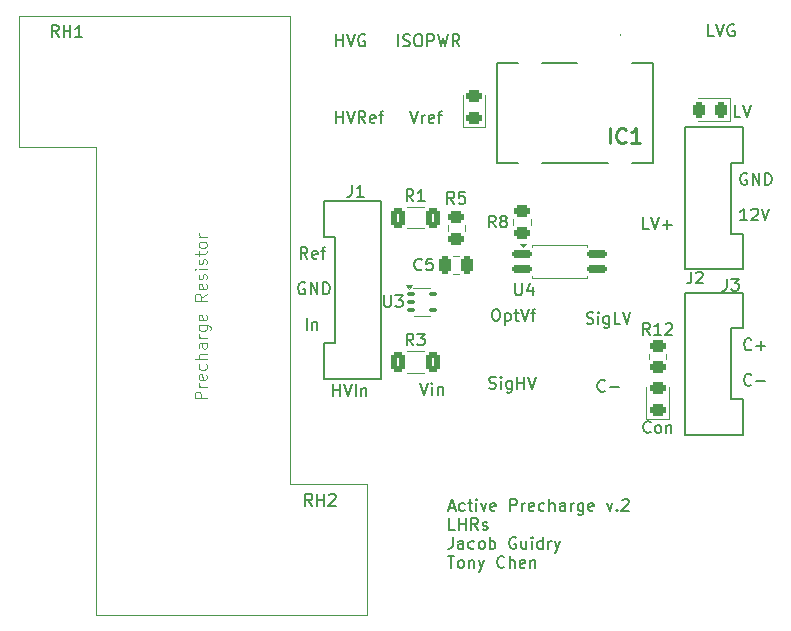
<source format=gto>
%TF.GenerationSoftware,KiCad,Pcbnew,8.0.5*%
%TF.CreationDate,2024-11-25T00:57:53-06:00*%
%TF.ProjectId,ActivePrecharge,41637469-7665-4507-9265-636861726765,rev?*%
%TF.SameCoordinates,Original*%
%TF.FileFunction,Legend,Top*%
%TF.FilePolarity,Positive*%
%FSLAX46Y46*%
G04 Gerber Fmt 4.6, Leading zero omitted, Abs format (unit mm)*
G04 Created by KiCad (PCBNEW 8.0.5) date 2024-11-25 00:57:53*
%MOMM*%
%LPD*%
G01*
G04 APERTURE LIST*
G04 Aperture macros list*
%AMRoundRect*
0 Rectangle with rounded corners*
0 $1 Rounding radius*
0 $2 $3 $4 $5 $6 $7 $8 $9 X,Y pos of 4 corners*
0 Add a 4 corners polygon primitive as box body*
4,1,4,$2,$3,$4,$5,$6,$7,$8,$9,$2,$3,0*
0 Add four circle primitives for the rounded corners*
1,1,$1+$1,$2,$3*
1,1,$1+$1,$4,$5*
1,1,$1+$1,$6,$7*
1,1,$1+$1,$8,$9*
0 Add four rect primitives between the rounded corners*
20,1,$1+$1,$2,$3,$4,$5,0*
20,1,$1+$1,$4,$5,$6,$7,0*
20,1,$1+$1,$6,$7,$8,$9,0*
20,1,$1+$1,$8,$9,$2,$3,0*%
%AMFreePoly0*
4,1,7,1.500000,0.866025,1.500000,-0.866025,0.000000,-1.732051,-1.500000,-0.866025,-1.500000,0.866025,0.000000,1.732051,1.500000,0.866025,1.500000,0.866025,$1*%
G04 Aperture macros list end*
%ADD10C,0.100000*%
%ADD11C,0.150000*%
%ADD12C,0.200000*%
%ADD13C,0.254000*%
%ADD14C,0.120000*%
%ADD15RoundRect,0.250000X0.250000X0.475000X-0.250000X0.475000X-0.250000X-0.475000X0.250000X-0.475000X0*%
%ADD16FreePoly0,90.000000*%
%ADD17RoundRect,0.243750X0.456250X-0.243750X0.456250X0.243750X-0.456250X0.243750X-0.456250X-0.243750X0*%
%ADD18RoundRect,0.250000X-0.312500X-0.625000X0.312500X-0.625000X0.312500X0.625000X-0.312500X0.625000X0*%
%ADD19RoundRect,0.250000X0.312500X0.625000X-0.312500X0.625000X-0.312500X-0.625000X0.312500X-0.625000X0*%
%ADD20C,1.270000*%
%ADD21C,1.700000*%
%ADD22RoundRect,0.250000X0.450000X-0.262500X0.450000X0.262500X-0.450000X0.262500X-0.450000X-0.262500X0*%
%ADD23RoundRect,0.150000X-0.662500X-0.150000X0.662500X-0.150000X0.662500X0.150000X-0.662500X0.150000X0*%
%ADD24C,3.000000*%
%ADD25C,3.200000*%
%ADD26RoundRect,0.243750X0.243750X0.456250X-0.243750X0.456250X-0.243750X-0.456250X0.243750X-0.456250X0*%
%ADD27R,1.000000X2.100000*%
%ADD28RoundRect,0.100000X-0.225000X-0.100000X0.225000X-0.100000X0.225000X0.100000X-0.225000X0.100000X0*%
G04 APERTURE END LIST*
D10*
X104430000Y-76790000D02*
X81520000Y-76790000D01*
X104440000Y-116450000D02*
X104430000Y-76790000D01*
X110970000Y-127560000D02*
X110970000Y-122000000D01*
X110970000Y-127560000D02*
X88020000Y-127560000D01*
X110970000Y-122000000D02*
X110970000Y-116450000D01*
X81520000Y-82350000D02*
X81520000Y-87900000D01*
X88000000Y-87900000D02*
X88020000Y-127560000D01*
X110970000Y-116450000D02*
X104440000Y-116450000D01*
X81520000Y-87900000D02*
X88000000Y-87900000D01*
X81520000Y-76790000D02*
X81520000Y-82350000D01*
D11*
X140312969Y-78519819D02*
X139836779Y-78519819D01*
X139836779Y-78519819D02*
X139836779Y-77519819D01*
X140503446Y-77519819D02*
X140836779Y-78519819D01*
X140836779Y-78519819D02*
X141170112Y-77519819D01*
X142027255Y-77567438D02*
X141932017Y-77519819D01*
X141932017Y-77519819D02*
X141789160Y-77519819D01*
X141789160Y-77519819D02*
X141646303Y-77567438D01*
X141646303Y-77567438D02*
X141551065Y-77662676D01*
X141551065Y-77662676D02*
X141503446Y-77757914D01*
X141503446Y-77757914D02*
X141455827Y-77948390D01*
X141455827Y-77948390D02*
X141455827Y-78091247D01*
X141455827Y-78091247D02*
X141503446Y-78281723D01*
X141503446Y-78281723D02*
X141551065Y-78376961D01*
X141551065Y-78376961D02*
X141646303Y-78472200D01*
X141646303Y-78472200D02*
X141789160Y-78519819D01*
X141789160Y-78519819D02*
X141884398Y-78519819D01*
X141884398Y-78519819D02*
X142027255Y-78472200D01*
X142027255Y-78472200D02*
X142074874Y-78424580D01*
X142074874Y-78424580D02*
X142074874Y-78091247D01*
X142074874Y-78091247D02*
X141884398Y-78091247D01*
X142562969Y-85369819D02*
X142086779Y-85369819D01*
X142086779Y-85369819D02*
X142086779Y-84369819D01*
X142753446Y-84369819D02*
X143086779Y-85369819D01*
X143086779Y-85369819D02*
X143420112Y-84369819D01*
X105836779Y-103369819D02*
X105836779Y-102369819D01*
X106312969Y-102703152D02*
X106312969Y-103369819D01*
X106312969Y-102798390D02*
X106360588Y-102750771D01*
X106360588Y-102750771D02*
X106455826Y-102703152D01*
X106455826Y-102703152D02*
X106598683Y-102703152D01*
X106598683Y-102703152D02*
X106693921Y-102750771D01*
X106693921Y-102750771D02*
X106741540Y-102846009D01*
X106741540Y-102846009D02*
X106741540Y-103369819D01*
X105908207Y-97369819D02*
X105574874Y-96893628D01*
X105336779Y-97369819D02*
X105336779Y-96369819D01*
X105336779Y-96369819D02*
X105717731Y-96369819D01*
X105717731Y-96369819D02*
X105812969Y-96417438D01*
X105812969Y-96417438D02*
X105860588Y-96465057D01*
X105860588Y-96465057D02*
X105908207Y-96560295D01*
X105908207Y-96560295D02*
X105908207Y-96703152D01*
X105908207Y-96703152D02*
X105860588Y-96798390D01*
X105860588Y-96798390D02*
X105812969Y-96846009D01*
X105812969Y-96846009D02*
X105717731Y-96893628D01*
X105717731Y-96893628D02*
X105336779Y-96893628D01*
X106717731Y-97322200D02*
X106622493Y-97369819D01*
X106622493Y-97369819D02*
X106432017Y-97369819D01*
X106432017Y-97369819D02*
X106336779Y-97322200D01*
X106336779Y-97322200D02*
X106289160Y-97226961D01*
X106289160Y-97226961D02*
X106289160Y-96846009D01*
X106289160Y-96846009D02*
X106336779Y-96750771D01*
X106336779Y-96750771D02*
X106432017Y-96703152D01*
X106432017Y-96703152D02*
X106622493Y-96703152D01*
X106622493Y-96703152D02*
X106717731Y-96750771D01*
X106717731Y-96750771D02*
X106765350Y-96846009D01*
X106765350Y-96846009D02*
X106765350Y-96941247D01*
X106765350Y-96941247D02*
X106289160Y-97036485D01*
X107051065Y-96703152D02*
X107432017Y-96703152D01*
X107193922Y-97369819D02*
X107193922Y-96512676D01*
X107193922Y-96512676D02*
X107241541Y-96417438D01*
X107241541Y-96417438D02*
X107336779Y-96369819D01*
X107336779Y-96369819D02*
X107432017Y-96369819D01*
D12*
X143491101Y-108021980D02*
X143443482Y-108069600D01*
X143443482Y-108069600D02*
X143300625Y-108117219D01*
X143300625Y-108117219D02*
X143205387Y-108117219D01*
X143205387Y-108117219D02*
X143062530Y-108069600D01*
X143062530Y-108069600D02*
X142967292Y-107974361D01*
X142967292Y-107974361D02*
X142919673Y-107879123D01*
X142919673Y-107879123D02*
X142872054Y-107688647D01*
X142872054Y-107688647D02*
X142872054Y-107545790D01*
X142872054Y-107545790D02*
X142919673Y-107355314D01*
X142919673Y-107355314D02*
X142967292Y-107260076D01*
X142967292Y-107260076D02*
X143062530Y-107164838D01*
X143062530Y-107164838D02*
X143205387Y-107117219D01*
X143205387Y-107117219D02*
X143300625Y-107117219D01*
X143300625Y-107117219D02*
X143443482Y-107164838D01*
X143443482Y-107164838D02*
X143491101Y-107212457D01*
X143919673Y-107736266D02*
X144681578Y-107736266D01*
D11*
X129539160Y-102822200D02*
X129682017Y-102869819D01*
X129682017Y-102869819D02*
X129920112Y-102869819D01*
X129920112Y-102869819D02*
X130015350Y-102822200D01*
X130015350Y-102822200D02*
X130062969Y-102774580D01*
X130062969Y-102774580D02*
X130110588Y-102679342D01*
X130110588Y-102679342D02*
X130110588Y-102584104D01*
X130110588Y-102584104D02*
X130062969Y-102488866D01*
X130062969Y-102488866D02*
X130015350Y-102441247D01*
X130015350Y-102441247D02*
X129920112Y-102393628D01*
X129920112Y-102393628D02*
X129729636Y-102346009D01*
X129729636Y-102346009D02*
X129634398Y-102298390D01*
X129634398Y-102298390D02*
X129586779Y-102250771D01*
X129586779Y-102250771D02*
X129539160Y-102155533D01*
X129539160Y-102155533D02*
X129539160Y-102060295D01*
X129539160Y-102060295D02*
X129586779Y-101965057D01*
X129586779Y-101965057D02*
X129634398Y-101917438D01*
X129634398Y-101917438D02*
X129729636Y-101869819D01*
X129729636Y-101869819D02*
X129967731Y-101869819D01*
X129967731Y-101869819D02*
X130110588Y-101917438D01*
X130539160Y-102869819D02*
X130539160Y-102203152D01*
X130539160Y-101869819D02*
X130491541Y-101917438D01*
X130491541Y-101917438D02*
X130539160Y-101965057D01*
X130539160Y-101965057D02*
X130586779Y-101917438D01*
X130586779Y-101917438D02*
X130539160Y-101869819D01*
X130539160Y-101869819D02*
X130539160Y-101965057D01*
X131443921Y-102203152D02*
X131443921Y-103012676D01*
X131443921Y-103012676D02*
X131396302Y-103107914D01*
X131396302Y-103107914D02*
X131348683Y-103155533D01*
X131348683Y-103155533D02*
X131253445Y-103203152D01*
X131253445Y-103203152D02*
X131110588Y-103203152D01*
X131110588Y-103203152D02*
X131015350Y-103155533D01*
X131443921Y-102822200D02*
X131348683Y-102869819D01*
X131348683Y-102869819D02*
X131158207Y-102869819D01*
X131158207Y-102869819D02*
X131062969Y-102822200D01*
X131062969Y-102822200D02*
X131015350Y-102774580D01*
X131015350Y-102774580D02*
X130967731Y-102679342D01*
X130967731Y-102679342D02*
X130967731Y-102393628D01*
X130967731Y-102393628D02*
X131015350Y-102298390D01*
X131015350Y-102298390D02*
X131062969Y-102250771D01*
X131062969Y-102250771D02*
X131158207Y-102203152D01*
X131158207Y-102203152D02*
X131348683Y-102203152D01*
X131348683Y-102203152D02*
X131443921Y-102250771D01*
X132396302Y-102869819D02*
X131920112Y-102869819D01*
X131920112Y-102869819D02*
X131920112Y-101869819D01*
X132586779Y-101869819D02*
X132920112Y-102869819D01*
X132920112Y-102869819D02*
X133253445Y-101869819D01*
X108336779Y-79369819D02*
X108336779Y-78369819D01*
X108336779Y-78846009D02*
X108908207Y-78846009D01*
X108908207Y-79369819D02*
X108908207Y-78369819D01*
X109241541Y-78369819D02*
X109574874Y-79369819D01*
X109574874Y-79369819D02*
X109908207Y-78369819D01*
X110765350Y-78417438D02*
X110670112Y-78369819D01*
X110670112Y-78369819D02*
X110527255Y-78369819D01*
X110527255Y-78369819D02*
X110384398Y-78417438D01*
X110384398Y-78417438D02*
X110289160Y-78512676D01*
X110289160Y-78512676D02*
X110241541Y-78607914D01*
X110241541Y-78607914D02*
X110193922Y-78798390D01*
X110193922Y-78798390D02*
X110193922Y-78941247D01*
X110193922Y-78941247D02*
X110241541Y-79131723D01*
X110241541Y-79131723D02*
X110289160Y-79226961D01*
X110289160Y-79226961D02*
X110384398Y-79322200D01*
X110384398Y-79322200D02*
X110527255Y-79369819D01*
X110527255Y-79369819D02*
X110622493Y-79369819D01*
X110622493Y-79369819D02*
X110765350Y-79322200D01*
X110765350Y-79322200D02*
X110812969Y-79274580D01*
X110812969Y-79274580D02*
X110812969Y-78941247D01*
X110812969Y-78941247D02*
X110622493Y-78941247D01*
D10*
X97372419Y-109196115D02*
X96372419Y-109196115D01*
X96372419Y-109196115D02*
X96372419Y-108815163D01*
X96372419Y-108815163D02*
X96420038Y-108719925D01*
X96420038Y-108719925D02*
X96467657Y-108672306D01*
X96467657Y-108672306D02*
X96562895Y-108624687D01*
X96562895Y-108624687D02*
X96705752Y-108624687D01*
X96705752Y-108624687D02*
X96800990Y-108672306D01*
X96800990Y-108672306D02*
X96848609Y-108719925D01*
X96848609Y-108719925D02*
X96896228Y-108815163D01*
X96896228Y-108815163D02*
X96896228Y-109196115D01*
X97372419Y-108196115D02*
X96705752Y-108196115D01*
X96896228Y-108196115D02*
X96800990Y-108148496D01*
X96800990Y-108148496D02*
X96753371Y-108100877D01*
X96753371Y-108100877D02*
X96705752Y-108005639D01*
X96705752Y-108005639D02*
X96705752Y-107910401D01*
X97324800Y-107196115D02*
X97372419Y-107291353D01*
X97372419Y-107291353D02*
X97372419Y-107481829D01*
X97372419Y-107481829D02*
X97324800Y-107577067D01*
X97324800Y-107577067D02*
X97229561Y-107624686D01*
X97229561Y-107624686D02*
X96848609Y-107624686D01*
X96848609Y-107624686D02*
X96753371Y-107577067D01*
X96753371Y-107577067D02*
X96705752Y-107481829D01*
X96705752Y-107481829D02*
X96705752Y-107291353D01*
X96705752Y-107291353D02*
X96753371Y-107196115D01*
X96753371Y-107196115D02*
X96848609Y-107148496D01*
X96848609Y-107148496D02*
X96943847Y-107148496D01*
X96943847Y-107148496D02*
X97039085Y-107624686D01*
X97324800Y-106291353D02*
X97372419Y-106386591D01*
X97372419Y-106386591D02*
X97372419Y-106577067D01*
X97372419Y-106577067D02*
X97324800Y-106672305D01*
X97324800Y-106672305D02*
X97277180Y-106719924D01*
X97277180Y-106719924D02*
X97181942Y-106767543D01*
X97181942Y-106767543D02*
X96896228Y-106767543D01*
X96896228Y-106767543D02*
X96800990Y-106719924D01*
X96800990Y-106719924D02*
X96753371Y-106672305D01*
X96753371Y-106672305D02*
X96705752Y-106577067D01*
X96705752Y-106577067D02*
X96705752Y-106386591D01*
X96705752Y-106386591D02*
X96753371Y-106291353D01*
X97372419Y-105862781D02*
X96372419Y-105862781D01*
X97372419Y-105434210D02*
X96848609Y-105434210D01*
X96848609Y-105434210D02*
X96753371Y-105481829D01*
X96753371Y-105481829D02*
X96705752Y-105577067D01*
X96705752Y-105577067D02*
X96705752Y-105719924D01*
X96705752Y-105719924D02*
X96753371Y-105815162D01*
X96753371Y-105815162D02*
X96800990Y-105862781D01*
X97372419Y-104529448D02*
X96848609Y-104529448D01*
X96848609Y-104529448D02*
X96753371Y-104577067D01*
X96753371Y-104577067D02*
X96705752Y-104672305D01*
X96705752Y-104672305D02*
X96705752Y-104862781D01*
X96705752Y-104862781D02*
X96753371Y-104958019D01*
X97324800Y-104529448D02*
X97372419Y-104624686D01*
X97372419Y-104624686D02*
X97372419Y-104862781D01*
X97372419Y-104862781D02*
X97324800Y-104958019D01*
X97324800Y-104958019D02*
X97229561Y-105005638D01*
X97229561Y-105005638D02*
X97134323Y-105005638D01*
X97134323Y-105005638D02*
X97039085Y-104958019D01*
X97039085Y-104958019D02*
X96991466Y-104862781D01*
X96991466Y-104862781D02*
X96991466Y-104624686D01*
X96991466Y-104624686D02*
X96943847Y-104529448D01*
X97372419Y-104053257D02*
X96705752Y-104053257D01*
X96896228Y-104053257D02*
X96800990Y-104005638D01*
X96800990Y-104005638D02*
X96753371Y-103958019D01*
X96753371Y-103958019D02*
X96705752Y-103862781D01*
X96705752Y-103862781D02*
X96705752Y-103767543D01*
X96705752Y-103005638D02*
X97515276Y-103005638D01*
X97515276Y-103005638D02*
X97610514Y-103053257D01*
X97610514Y-103053257D02*
X97658133Y-103100876D01*
X97658133Y-103100876D02*
X97705752Y-103196114D01*
X97705752Y-103196114D02*
X97705752Y-103338971D01*
X97705752Y-103338971D02*
X97658133Y-103434209D01*
X97324800Y-103005638D02*
X97372419Y-103100876D01*
X97372419Y-103100876D02*
X97372419Y-103291352D01*
X97372419Y-103291352D02*
X97324800Y-103386590D01*
X97324800Y-103386590D02*
X97277180Y-103434209D01*
X97277180Y-103434209D02*
X97181942Y-103481828D01*
X97181942Y-103481828D02*
X96896228Y-103481828D01*
X96896228Y-103481828D02*
X96800990Y-103434209D01*
X96800990Y-103434209D02*
X96753371Y-103386590D01*
X96753371Y-103386590D02*
X96705752Y-103291352D01*
X96705752Y-103291352D02*
X96705752Y-103100876D01*
X96705752Y-103100876D02*
X96753371Y-103005638D01*
X97324800Y-102148495D02*
X97372419Y-102243733D01*
X97372419Y-102243733D02*
X97372419Y-102434209D01*
X97372419Y-102434209D02*
X97324800Y-102529447D01*
X97324800Y-102529447D02*
X97229561Y-102577066D01*
X97229561Y-102577066D02*
X96848609Y-102577066D01*
X96848609Y-102577066D02*
X96753371Y-102529447D01*
X96753371Y-102529447D02*
X96705752Y-102434209D01*
X96705752Y-102434209D02*
X96705752Y-102243733D01*
X96705752Y-102243733D02*
X96753371Y-102148495D01*
X96753371Y-102148495D02*
X96848609Y-102100876D01*
X96848609Y-102100876D02*
X96943847Y-102100876D01*
X96943847Y-102100876D02*
X97039085Y-102577066D01*
X97372419Y-100338971D02*
X96896228Y-100672304D01*
X97372419Y-100910399D02*
X96372419Y-100910399D01*
X96372419Y-100910399D02*
X96372419Y-100529447D01*
X96372419Y-100529447D02*
X96420038Y-100434209D01*
X96420038Y-100434209D02*
X96467657Y-100386590D01*
X96467657Y-100386590D02*
X96562895Y-100338971D01*
X96562895Y-100338971D02*
X96705752Y-100338971D01*
X96705752Y-100338971D02*
X96800990Y-100386590D01*
X96800990Y-100386590D02*
X96848609Y-100434209D01*
X96848609Y-100434209D02*
X96896228Y-100529447D01*
X96896228Y-100529447D02*
X96896228Y-100910399D01*
X97324800Y-99529447D02*
X97372419Y-99624685D01*
X97372419Y-99624685D02*
X97372419Y-99815161D01*
X97372419Y-99815161D02*
X97324800Y-99910399D01*
X97324800Y-99910399D02*
X97229561Y-99958018D01*
X97229561Y-99958018D02*
X96848609Y-99958018D01*
X96848609Y-99958018D02*
X96753371Y-99910399D01*
X96753371Y-99910399D02*
X96705752Y-99815161D01*
X96705752Y-99815161D02*
X96705752Y-99624685D01*
X96705752Y-99624685D02*
X96753371Y-99529447D01*
X96753371Y-99529447D02*
X96848609Y-99481828D01*
X96848609Y-99481828D02*
X96943847Y-99481828D01*
X96943847Y-99481828D02*
X97039085Y-99958018D01*
X97324800Y-99100875D02*
X97372419Y-99005637D01*
X97372419Y-99005637D02*
X97372419Y-98815161D01*
X97372419Y-98815161D02*
X97324800Y-98719923D01*
X97324800Y-98719923D02*
X97229561Y-98672304D01*
X97229561Y-98672304D02*
X97181942Y-98672304D01*
X97181942Y-98672304D02*
X97086704Y-98719923D01*
X97086704Y-98719923D02*
X97039085Y-98815161D01*
X97039085Y-98815161D02*
X97039085Y-98958018D01*
X97039085Y-98958018D02*
X96991466Y-99053256D01*
X96991466Y-99053256D02*
X96896228Y-99100875D01*
X96896228Y-99100875D02*
X96848609Y-99100875D01*
X96848609Y-99100875D02*
X96753371Y-99053256D01*
X96753371Y-99053256D02*
X96705752Y-98958018D01*
X96705752Y-98958018D02*
X96705752Y-98815161D01*
X96705752Y-98815161D02*
X96753371Y-98719923D01*
X97372419Y-98243732D02*
X96705752Y-98243732D01*
X96372419Y-98243732D02*
X96420038Y-98291351D01*
X96420038Y-98291351D02*
X96467657Y-98243732D01*
X96467657Y-98243732D02*
X96420038Y-98196113D01*
X96420038Y-98196113D02*
X96372419Y-98243732D01*
X96372419Y-98243732D02*
X96467657Y-98243732D01*
X97324800Y-97815161D02*
X97372419Y-97719923D01*
X97372419Y-97719923D02*
X97372419Y-97529447D01*
X97372419Y-97529447D02*
X97324800Y-97434209D01*
X97324800Y-97434209D02*
X97229561Y-97386590D01*
X97229561Y-97386590D02*
X97181942Y-97386590D01*
X97181942Y-97386590D02*
X97086704Y-97434209D01*
X97086704Y-97434209D02*
X97039085Y-97529447D01*
X97039085Y-97529447D02*
X97039085Y-97672304D01*
X97039085Y-97672304D02*
X96991466Y-97767542D01*
X96991466Y-97767542D02*
X96896228Y-97815161D01*
X96896228Y-97815161D02*
X96848609Y-97815161D01*
X96848609Y-97815161D02*
X96753371Y-97767542D01*
X96753371Y-97767542D02*
X96705752Y-97672304D01*
X96705752Y-97672304D02*
X96705752Y-97529447D01*
X96705752Y-97529447D02*
X96753371Y-97434209D01*
X96705752Y-97100875D02*
X96705752Y-96719923D01*
X96372419Y-96958018D02*
X97229561Y-96958018D01*
X97229561Y-96958018D02*
X97324800Y-96910399D01*
X97324800Y-96910399D02*
X97372419Y-96815161D01*
X97372419Y-96815161D02*
X97372419Y-96719923D01*
X97372419Y-96243732D02*
X97324800Y-96338970D01*
X97324800Y-96338970D02*
X97277180Y-96386589D01*
X97277180Y-96386589D02*
X97181942Y-96434208D01*
X97181942Y-96434208D02*
X96896228Y-96434208D01*
X96896228Y-96434208D02*
X96800990Y-96386589D01*
X96800990Y-96386589D02*
X96753371Y-96338970D01*
X96753371Y-96338970D02*
X96705752Y-96243732D01*
X96705752Y-96243732D02*
X96705752Y-96100875D01*
X96705752Y-96100875D02*
X96753371Y-96005637D01*
X96753371Y-96005637D02*
X96800990Y-95958018D01*
X96800990Y-95958018D02*
X96896228Y-95910399D01*
X96896228Y-95910399D02*
X97181942Y-95910399D01*
X97181942Y-95910399D02*
X97277180Y-95958018D01*
X97277180Y-95958018D02*
X97324800Y-96005637D01*
X97324800Y-96005637D02*
X97372419Y-96100875D01*
X97372419Y-96100875D02*
X97372419Y-96243732D01*
X97372419Y-95481827D02*
X96705752Y-95481827D01*
X96896228Y-95481827D02*
X96800990Y-95434208D01*
X96800990Y-95434208D02*
X96753371Y-95386589D01*
X96753371Y-95386589D02*
X96705752Y-95291351D01*
X96705752Y-95291351D02*
X96705752Y-95196113D01*
D11*
X115443922Y-107869819D02*
X115777255Y-108869819D01*
X115777255Y-108869819D02*
X116110588Y-107869819D01*
X116443922Y-108869819D02*
X116443922Y-108203152D01*
X116443922Y-107869819D02*
X116396303Y-107917438D01*
X116396303Y-107917438D02*
X116443922Y-107965057D01*
X116443922Y-107965057D02*
X116491541Y-107917438D01*
X116491541Y-107917438D02*
X116443922Y-107869819D01*
X116443922Y-107869819D02*
X116443922Y-107965057D01*
X116920112Y-108203152D02*
X116920112Y-108869819D01*
X116920112Y-108298390D02*
X116967731Y-108250771D01*
X116967731Y-108250771D02*
X117062969Y-108203152D01*
X117062969Y-108203152D02*
X117205826Y-108203152D01*
X117205826Y-108203152D02*
X117301064Y-108250771D01*
X117301064Y-108250771D02*
X117348683Y-108346009D01*
X117348683Y-108346009D02*
X117348683Y-108869819D01*
D12*
X117872054Y-118426672D02*
X118348244Y-118426672D01*
X117776816Y-118712387D02*
X118110149Y-117712387D01*
X118110149Y-117712387D02*
X118443482Y-118712387D01*
X119205387Y-118664768D02*
X119110149Y-118712387D01*
X119110149Y-118712387D02*
X118919673Y-118712387D01*
X118919673Y-118712387D02*
X118824435Y-118664768D01*
X118824435Y-118664768D02*
X118776816Y-118617148D01*
X118776816Y-118617148D02*
X118729197Y-118521910D01*
X118729197Y-118521910D02*
X118729197Y-118236196D01*
X118729197Y-118236196D02*
X118776816Y-118140958D01*
X118776816Y-118140958D02*
X118824435Y-118093339D01*
X118824435Y-118093339D02*
X118919673Y-118045720D01*
X118919673Y-118045720D02*
X119110149Y-118045720D01*
X119110149Y-118045720D02*
X119205387Y-118093339D01*
X119491102Y-118045720D02*
X119872054Y-118045720D01*
X119633959Y-117712387D02*
X119633959Y-118569529D01*
X119633959Y-118569529D02*
X119681578Y-118664768D01*
X119681578Y-118664768D02*
X119776816Y-118712387D01*
X119776816Y-118712387D02*
X119872054Y-118712387D01*
X120205388Y-118712387D02*
X120205388Y-118045720D01*
X120205388Y-117712387D02*
X120157769Y-117760006D01*
X120157769Y-117760006D02*
X120205388Y-117807625D01*
X120205388Y-117807625D02*
X120253007Y-117760006D01*
X120253007Y-117760006D02*
X120205388Y-117712387D01*
X120205388Y-117712387D02*
X120205388Y-117807625D01*
X120586340Y-118045720D02*
X120824435Y-118712387D01*
X120824435Y-118712387D02*
X121062530Y-118045720D01*
X121824435Y-118664768D02*
X121729197Y-118712387D01*
X121729197Y-118712387D02*
X121538721Y-118712387D01*
X121538721Y-118712387D02*
X121443483Y-118664768D01*
X121443483Y-118664768D02*
X121395864Y-118569529D01*
X121395864Y-118569529D02*
X121395864Y-118188577D01*
X121395864Y-118188577D02*
X121443483Y-118093339D01*
X121443483Y-118093339D02*
X121538721Y-118045720D01*
X121538721Y-118045720D02*
X121729197Y-118045720D01*
X121729197Y-118045720D02*
X121824435Y-118093339D01*
X121824435Y-118093339D02*
X121872054Y-118188577D01*
X121872054Y-118188577D02*
X121872054Y-118283815D01*
X121872054Y-118283815D02*
X121395864Y-118379053D01*
X123062531Y-118712387D02*
X123062531Y-117712387D01*
X123062531Y-117712387D02*
X123443483Y-117712387D01*
X123443483Y-117712387D02*
X123538721Y-117760006D01*
X123538721Y-117760006D02*
X123586340Y-117807625D01*
X123586340Y-117807625D02*
X123633959Y-117902863D01*
X123633959Y-117902863D02*
X123633959Y-118045720D01*
X123633959Y-118045720D02*
X123586340Y-118140958D01*
X123586340Y-118140958D02*
X123538721Y-118188577D01*
X123538721Y-118188577D02*
X123443483Y-118236196D01*
X123443483Y-118236196D02*
X123062531Y-118236196D01*
X124062531Y-118712387D02*
X124062531Y-118045720D01*
X124062531Y-118236196D02*
X124110150Y-118140958D01*
X124110150Y-118140958D02*
X124157769Y-118093339D01*
X124157769Y-118093339D02*
X124253007Y-118045720D01*
X124253007Y-118045720D02*
X124348245Y-118045720D01*
X125062531Y-118664768D02*
X124967293Y-118712387D01*
X124967293Y-118712387D02*
X124776817Y-118712387D01*
X124776817Y-118712387D02*
X124681579Y-118664768D01*
X124681579Y-118664768D02*
X124633960Y-118569529D01*
X124633960Y-118569529D02*
X124633960Y-118188577D01*
X124633960Y-118188577D02*
X124681579Y-118093339D01*
X124681579Y-118093339D02*
X124776817Y-118045720D01*
X124776817Y-118045720D02*
X124967293Y-118045720D01*
X124967293Y-118045720D02*
X125062531Y-118093339D01*
X125062531Y-118093339D02*
X125110150Y-118188577D01*
X125110150Y-118188577D02*
X125110150Y-118283815D01*
X125110150Y-118283815D02*
X124633960Y-118379053D01*
X125967293Y-118664768D02*
X125872055Y-118712387D01*
X125872055Y-118712387D02*
X125681579Y-118712387D01*
X125681579Y-118712387D02*
X125586341Y-118664768D01*
X125586341Y-118664768D02*
X125538722Y-118617148D01*
X125538722Y-118617148D02*
X125491103Y-118521910D01*
X125491103Y-118521910D02*
X125491103Y-118236196D01*
X125491103Y-118236196D02*
X125538722Y-118140958D01*
X125538722Y-118140958D02*
X125586341Y-118093339D01*
X125586341Y-118093339D02*
X125681579Y-118045720D01*
X125681579Y-118045720D02*
X125872055Y-118045720D01*
X125872055Y-118045720D02*
X125967293Y-118093339D01*
X126395865Y-118712387D02*
X126395865Y-117712387D01*
X126824436Y-118712387D02*
X126824436Y-118188577D01*
X126824436Y-118188577D02*
X126776817Y-118093339D01*
X126776817Y-118093339D02*
X126681579Y-118045720D01*
X126681579Y-118045720D02*
X126538722Y-118045720D01*
X126538722Y-118045720D02*
X126443484Y-118093339D01*
X126443484Y-118093339D02*
X126395865Y-118140958D01*
X127729198Y-118712387D02*
X127729198Y-118188577D01*
X127729198Y-118188577D02*
X127681579Y-118093339D01*
X127681579Y-118093339D02*
X127586341Y-118045720D01*
X127586341Y-118045720D02*
X127395865Y-118045720D01*
X127395865Y-118045720D02*
X127300627Y-118093339D01*
X127729198Y-118664768D02*
X127633960Y-118712387D01*
X127633960Y-118712387D02*
X127395865Y-118712387D01*
X127395865Y-118712387D02*
X127300627Y-118664768D01*
X127300627Y-118664768D02*
X127253008Y-118569529D01*
X127253008Y-118569529D02*
X127253008Y-118474291D01*
X127253008Y-118474291D02*
X127300627Y-118379053D01*
X127300627Y-118379053D02*
X127395865Y-118331434D01*
X127395865Y-118331434D02*
X127633960Y-118331434D01*
X127633960Y-118331434D02*
X127729198Y-118283815D01*
X128205389Y-118712387D02*
X128205389Y-118045720D01*
X128205389Y-118236196D02*
X128253008Y-118140958D01*
X128253008Y-118140958D02*
X128300627Y-118093339D01*
X128300627Y-118093339D02*
X128395865Y-118045720D01*
X128395865Y-118045720D02*
X128491103Y-118045720D01*
X129253008Y-118045720D02*
X129253008Y-118855244D01*
X129253008Y-118855244D02*
X129205389Y-118950482D01*
X129205389Y-118950482D02*
X129157770Y-118998101D01*
X129157770Y-118998101D02*
X129062532Y-119045720D01*
X129062532Y-119045720D02*
X128919675Y-119045720D01*
X128919675Y-119045720D02*
X128824437Y-118998101D01*
X129253008Y-118664768D02*
X129157770Y-118712387D01*
X129157770Y-118712387D02*
X128967294Y-118712387D01*
X128967294Y-118712387D02*
X128872056Y-118664768D01*
X128872056Y-118664768D02*
X128824437Y-118617148D01*
X128824437Y-118617148D02*
X128776818Y-118521910D01*
X128776818Y-118521910D02*
X128776818Y-118236196D01*
X128776818Y-118236196D02*
X128824437Y-118140958D01*
X128824437Y-118140958D02*
X128872056Y-118093339D01*
X128872056Y-118093339D02*
X128967294Y-118045720D01*
X128967294Y-118045720D02*
X129157770Y-118045720D01*
X129157770Y-118045720D02*
X129253008Y-118093339D01*
X130110151Y-118664768D02*
X130014913Y-118712387D01*
X130014913Y-118712387D02*
X129824437Y-118712387D01*
X129824437Y-118712387D02*
X129729199Y-118664768D01*
X129729199Y-118664768D02*
X129681580Y-118569529D01*
X129681580Y-118569529D02*
X129681580Y-118188577D01*
X129681580Y-118188577D02*
X129729199Y-118093339D01*
X129729199Y-118093339D02*
X129824437Y-118045720D01*
X129824437Y-118045720D02*
X130014913Y-118045720D01*
X130014913Y-118045720D02*
X130110151Y-118093339D01*
X130110151Y-118093339D02*
X130157770Y-118188577D01*
X130157770Y-118188577D02*
X130157770Y-118283815D01*
X130157770Y-118283815D02*
X129681580Y-118379053D01*
X131253009Y-118045720D02*
X131491104Y-118712387D01*
X131491104Y-118712387D02*
X131729199Y-118045720D01*
X132110152Y-118617148D02*
X132157771Y-118664768D01*
X132157771Y-118664768D02*
X132110152Y-118712387D01*
X132110152Y-118712387D02*
X132062533Y-118664768D01*
X132062533Y-118664768D02*
X132110152Y-118617148D01*
X132110152Y-118617148D02*
X132110152Y-118712387D01*
X132538723Y-117807625D02*
X132586342Y-117760006D01*
X132586342Y-117760006D02*
X132681580Y-117712387D01*
X132681580Y-117712387D02*
X132919675Y-117712387D01*
X132919675Y-117712387D02*
X133014913Y-117760006D01*
X133014913Y-117760006D02*
X133062532Y-117807625D01*
X133062532Y-117807625D02*
X133110151Y-117902863D01*
X133110151Y-117902863D02*
X133110151Y-117998101D01*
X133110151Y-117998101D02*
X133062532Y-118140958D01*
X133062532Y-118140958D02*
X132491104Y-118712387D01*
X132491104Y-118712387D02*
X133110151Y-118712387D01*
X118395863Y-120322331D02*
X117919673Y-120322331D01*
X117919673Y-120322331D02*
X117919673Y-119322331D01*
X118729197Y-120322331D02*
X118729197Y-119322331D01*
X118729197Y-119798521D02*
X119300625Y-119798521D01*
X119300625Y-120322331D02*
X119300625Y-119322331D01*
X120348244Y-120322331D02*
X120014911Y-119846140D01*
X119776816Y-120322331D02*
X119776816Y-119322331D01*
X119776816Y-119322331D02*
X120157768Y-119322331D01*
X120157768Y-119322331D02*
X120253006Y-119369950D01*
X120253006Y-119369950D02*
X120300625Y-119417569D01*
X120300625Y-119417569D02*
X120348244Y-119512807D01*
X120348244Y-119512807D02*
X120348244Y-119655664D01*
X120348244Y-119655664D02*
X120300625Y-119750902D01*
X120300625Y-119750902D02*
X120253006Y-119798521D01*
X120253006Y-119798521D02*
X120157768Y-119846140D01*
X120157768Y-119846140D02*
X119776816Y-119846140D01*
X120729197Y-120274712D02*
X120824435Y-120322331D01*
X120824435Y-120322331D02*
X121014911Y-120322331D01*
X121014911Y-120322331D02*
X121110149Y-120274712D01*
X121110149Y-120274712D02*
X121157768Y-120179473D01*
X121157768Y-120179473D02*
X121157768Y-120131854D01*
X121157768Y-120131854D02*
X121110149Y-120036616D01*
X121110149Y-120036616D02*
X121014911Y-119988997D01*
X121014911Y-119988997D02*
X120872054Y-119988997D01*
X120872054Y-119988997D02*
X120776816Y-119941378D01*
X120776816Y-119941378D02*
X120729197Y-119846140D01*
X120729197Y-119846140D02*
X120729197Y-119798521D01*
X120729197Y-119798521D02*
X120776816Y-119703283D01*
X120776816Y-119703283D02*
X120872054Y-119655664D01*
X120872054Y-119655664D02*
X121014911Y-119655664D01*
X121014911Y-119655664D02*
X121110149Y-119703283D01*
X118205387Y-120932275D02*
X118205387Y-121646560D01*
X118205387Y-121646560D02*
X118157768Y-121789417D01*
X118157768Y-121789417D02*
X118062530Y-121884656D01*
X118062530Y-121884656D02*
X117919673Y-121932275D01*
X117919673Y-121932275D02*
X117824435Y-121932275D01*
X119110149Y-121932275D02*
X119110149Y-121408465D01*
X119110149Y-121408465D02*
X119062530Y-121313227D01*
X119062530Y-121313227D02*
X118967292Y-121265608D01*
X118967292Y-121265608D02*
X118776816Y-121265608D01*
X118776816Y-121265608D02*
X118681578Y-121313227D01*
X119110149Y-121884656D02*
X119014911Y-121932275D01*
X119014911Y-121932275D02*
X118776816Y-121932275D01*
X118776816Y-121932275D02*
X118681578Y-121884656D01*
X118681578Y-121884656D02*
X118633959Y-121789417D01*
X118633959Y-121789417D02*
X118633959Y-121694179D01*
X118633959Y-121694179D02*
X118681578Y-121598941D01*
X118681578Y-121598941D02*
X118776816Y-121551322D01*
X118776816Y-121551322D02*
X119014911Y-121551322D01*
X119014911Y-121551322D02*
X119110149Y-121503703D01*
X120014911Y-121884656D02*
X119919673Y-121932275D01*
X119919673Y-121932275D02*
X119729197Y-121932275D01*
X119729197Y-121932275D02*
X119633959Y-121884656D01*
X119633959Y-121884656D02*
X119586340Y-121837036D01*
X119586340Y-121837036D02*
X119538721Y-121741798D01*
X119538721Y-121741798D02*
X119538721Y-121456084D01*
X119538721Y-121456084D02*
X119586340Y-121360846D01*
X119586340Y-121360846D02*
X119633959Y-121313227D01*
X119633959Y-121313227D02*
X119729197Y-121265608D01*
X119729197Y-121265608D02*
X119919673Y-121265608D01*
X119919673Y-121265608D02*
X120014911Y-121313227D01*
X120586340Y-121932275D02*
X120491102Y-121884656D01*
X120491102Y-121884656D02*
X120443483Y-121837036D01*
X120443483Y-121837036D02*
X120395864Y-121741798D01*
X120395864Y-121741798D02*
X120395864Y-121456084D01*
X120395864Y-121456084D02*
X120443483Y-121360846D01*
X120443483Y-121360846D02*
X120491102Y-121313227D01*
X120491102Y-121313227D02*
X120586340Y-121265608D01*
X120586340Y-121265608D02*
X120729197Y-121265608D01*
X120729197Y-121265608D02*
X120824435Y-121313227D01*
X120824435Y-121313227D02*
X120872054Y-121360846D01*
X120872054Y-121360846D02*
X120919673Y-121456084D01*
X120919673Y-121456084D02*
X120919673Y-121741798D01*
X120919673Y-121741798D02*
X120872054Y-121837036D01*
X120872054Y-121837036D02*
X120824435Y-121884656D01*
X120824435Y-121884656D02*
X120729197Y-121932275D01*
X120729197Y-121932275D02*
X120586340Y-121932275D01*
X121348245Y-121932275D02*
X121348245Y-120932275D01*
X121348245Y-121313227D02*
X121443483Y-121265608D01*
X121443483Y-121265608D02*
X121633959Y-121265608D01*
X121633959Y-121265608D02*
X121729197Y-121313227D01*
X121729197Y-121313227D02*
X121776816Y-121360846D01*
X121776816Y-121360846D02*
X121824435Y-121456084D01*
X121824435Y-121456084D02*
X121824435Y-121741798D01*
X121824435Y-121741798D02*
X121776816Y-121837036D01*
X121776816Y-121837036D02*
X121729197Y-121884656D01*
X121729197Y-121884656D02*
X121633959Y-121932275D01*
X121633959Y-121932275D02*
X121443483Y-121932275D01*
X121443483Y-121932275D02*
X121348245Y-121884656D01*
X123538721Y-120979894D02*
X123443483Y-120932275D01*
X123443483Y-120932275D02*
X123300626Y-120932275D01*
X123300626Y-120932275D02*
X123157769Y-120979894D01*
X123157769Y-120979894D02*
X123062531Y-121075132D01*
X123062531Y-121075132D02*
X123014912Y-121170370D01*
X123014912Y-121170370D02*
X122967293Y-121360846D01*
X122967293Y-121360846D02*
X122967293Y-121503703D01*
X122967293Y-121503703D02*
X123014912Y-121694179D01*
X123014912Y-121694179D02*
X123062531Y-121789417D01*
X123062531Y-121789417D02*
X123157769Y-121884656D01*
X123157769Y-121884656D02*
X123300626Y-121932275D01*
X123300626Y-121932275D02*
X123395864Y-121932275D01*
X123395864Y-121932275D02*
X123538721Y-121884656D01*
X123538721Y-121884656D02*
X123586340Y-121837036D01*
X123586340Y-121837036D02*
X123586340Y-121503703D01*
X123586340Y-121503703D02*
X123395864Y-121503703D01*
X124443483Y-121265608D02*
X124443483Y-121932275D01*
X124014912Y-121265608D02*
X124014912Y-121789417D01*
X124014912Y-121789417D02*
X124062531Y-121884656D01*
X124062531Y-121884656D02*
X124157769Y-121932275D01*
X124157769Y-121932275D02*
X124300626Y-121932275D01*
X124300626Y-121932275D02*
X124395864Y-121884656D01*
X124395864Y-121884656D02*
X124443483Y-121837036D01*
X124919674Y-121932275D02*
X124919674Y-121265608D01*
X124919674Y-120932275D02*
X124872055Y-120979894D01*
X124872055Y-120979894D02*
X124919674Y-121027513D01*
X124919674Y-121027513D02*
X124967293Y-120979894D01*
X124967293Y-120979894D02*
X124919674Y-120932275D01*
X124919674Y-120932275D02*
X124919674Y-121027513D01*
X125824435Y-121932275D02*
X125824435Y-120932275D01*
X125824435Y-121884656D02*
X125729197Y-121932275D01*
X125729197Y-121932275D02*
X125538721Y-121932275D01*
X125538721Y-121932275D02*
X125443483Y-121884656D01*
X125443483Y-121884656D02*
X125395864Y-121837036D01*
X125395864Y-121837036D02*
X125348245Y-121741798D01*
X125348245Y-121741798D02*
X125348245Y-121456084D01*
X125348245Y-121456084D02*
X125395864Y-121360846D01*
X125395864Y-121360846D02*
X125443483Y-121313227D01*
X125443483Y-121313227D02*
X125538721Y-121265608D01*
X125538721Y-121265608D02*
X125729197Y-121265608D01*
X125729197Y-121265608D02*
X125824435Y-121313227D01*
X126300626Y-121932275D02*
X126300626Y-121265608D01*
X126300626Y-121456084D02*
X126348245Y-121360846D01*
X126348245Y-121360846D02*
X126395864Y-121313227D01*
X126395864Y-121313227D02*
X126491102Y-121265608D01*
X126491102Y-121265608D02*
X126586340Y-121265608D01*
X126824436Y-121265608D02*
X127062531Y-121932275D01*
X127300626Y-121265608D02*
X127062531Y-121932275D01*
X127062531Y-121932275D02*
X126967293Y-122170370D01*
X126967293Y-122170370D02*
X126919674Y-122217989D01*
X126919674Y-122217989D02*
X126824436Y-122265608D01*
X117776816Y-122542219D02*
X118348244Y-122542219D01*
X118062530Y-123542219D02*
X118062530Y-122542219D01*
X118824435Y-123542219D02*
X118729197Y-123494600D01*
X118729197Y-123494600D02*
X118681578Y-123446980D01*
X118681578Y-123446980D02*
X118633959Y-123351742D01*
X118633959Y-123351742D02*
X118633959Y-123066028D01*
X118633959Y-123066028D02*
X118681578Y-122970790D01*
X118681578Y-122970790D02*
X118729197Y-122923171D01*
X118729197Y-122923171D02*
X118824435Y-122875552D01*
X118824435Y-122875552D02*
X118967292Y-122875552D01*
X118967292Y-122875552D02*
X119062530Y-122923171D01*
X119062530Y-122923171D02*
X119110149Y-122970790D01*
X119110149Y-122970790D02*
X119157768Y-123066028D01*
X119157768Y-123066028D02*
X119157768Y-123351742D01*
X119157768Y-123351742D02*
X119110149Y-123446980D01*
X119110149Y-123446980D02*
X119062530Y-123494600D01*
X119062530Y-123494600D02*
X118967292Y-123542219D01*
X118967292Y-123542219D02*
X118824435Y-123542219D01*
X119586340Y-122875552D02*
X119586340Y-123542219D01*
X119586340Y-122970790D02*
X119633959Y-122923171D01*
X119633959Y-122923171D02*
X119729197Y-122875552D01*
X119729197Y-122875552D02*
X119872054Y-122875552D01*
X119872054Y-122875552D02*
X119967292Y-122923171D01*
X119967292Y-122923171D02*
X120014911Y-123018409D01*
X120014911Y-123018409D02*
X120014911Y-123542219D01*
X120395864Y-122875552D02*
X120633959Y-123542219D01*
X120872054Y-122875552D02*
X120633959Y-123542219D01*
X120633959Y-123542219D02*
X120538721Y-123780314D01*
X120538721Y-123780314D02*
X120491102Y-123827933D01*
X120491102Y-123827933D02*
X120395864Y-123875552D01*
X122586340Y-123446980D02*
X122538721Y-123494600D01*
X122538721Y-123494600D02*
X122395864Y-123542219D01*
X122395864Y-123542219D02*
X122300626Y-123542219D01*
X122300626Y-123542219D02*
X122157769Y-123494600D01*
X122157769Y-123494600D02*
X122062531Y-123399361D01*
X122062531Y-123399361D02*
X122014912Y-123304123D01*
X122014912Y-123304123D02*
X121967293Y-123113647D01*
X121967293Y-123113647D02*
X121967293Y-122970790D01*
X121967293Y-122970790D02*
X122014912Y-122780314D01*
X122014912Y-122780314D02*
X122062531Y-122685076D01*
X122062531Y-122685076D02*
X122157769Y-122589838D01*
X122157769Y-122589838D02*
X122300626Y-122542219D01*
X122300626Y-122542219D02*
X122395864Y-122542219D01*
X122395864Y-122542219D02*
X122538721Y-122589838D01*
X122538721Y-122589838D02*
X122586340Y-122637457D01*
X123014912Y-123542219D02*
X123014912Y-122542219D01*
X123443483Y-123542219D02*
X123443483Y-123018409D01*
X123443483Y-123018409D02*
X123395864Y-122923171D01*
X123395864Y-122923171D02*
X123300626Y-122875552D01*
X123300626Y-122875552D02*
X123157769Y-122875552D01*
X123157769Y-122875552D02*
X123062531Y-122923171D01*
X123062531Y-122923171D02*
X123014912Y-122970790D01*
X124300626Y-123494600D02*
X124205388Y-123542219D01*
X124205388Y-123542219D02*
X124014912Y-123542219D01*
X124014912Y-123542219D02*
X123919674Y-123494600D01*
X123919674Y-123494600D02*
X123872055Y-123399361D01*
X123872055Y-123399361D02*
X123872055Y-123018409D01*
X123872055Y-123018409D02*
X123919674Y-122923171D01*
X123919674Y-122923171D02*
X124014912Y-122875552D01*
X124014912Y-122875552D02*
X124205388Y-122875552D01*
X124205388Y-122875552D02*
X124300626Y-122923171D01*
X124300626Y-122923171D02*
X124348245Y-123018409D01*
X124348245Y-123018409D02*
X124348245Y-123113647D01*
X124348245Y-123113647D02*
X123872055Y-123208885D01*
X124776817Y-122875552D02*
X124776817Y-123542219D01*
X124776817Y-122970790D02*
X124824436Y-122923171D01*
X124824436Y-122923171D02*
X124919674Y-122875552D01*
X124919674Y-122875552D02*
X125062531Y-122875552D01*
X125062531Y-122875552D02*
X125157769Y-122923171D01*
X125157769Y-122923171D02*
X125205388Y-123018409D01*
X125205388Y-123018409D02*
X125205388Y-123542219D01*
D11*
X105690588Y-99417438D02*
X105595350Y-99369819D01*
X105595350Y-99369819D02*
X105452493Y-99369819D01*
X105452493Y-99369819D02*
X105309636Y-99417438D01*
X105309636Y-99417438D02*
X105214398Y-99512676D01*
X105214398Y-99512676D02*
X105166779Y-99607914D01*
X105166779Y-99607914D02*
X105119160Y-99798390D01*
X105119160Y-99798390D02*
X105119160Y-99941247D01*
X105119160Y-99941247D02*
X105166779Y-100131723D01*
X105166779Y-100131723D02*
X105214398Y-100226961D01*
X105214398Y-100226961D02*
X105309636Y-100322200D01*
X105309636Y-100322200D02*
X105452493Y-100369819D01*
X105452493Y-100369819D02*
X105547731Y-100369819D01*
X105547731Y-100369819D02*
X105690588Y-100322200D01*
X105690588Y-100322200D02*
X105738207Y-100274580D01*
X105738207Y-100274580D02*
X105738207Y-99941247D01*
X105738207Y-99941247D02*
X105547731Y-99941247D01*
X106166779Y-100369819D02*
X106166779Y-99369819D01*
X106166779Y-99369819D02*
X106738207Y-100369819D01*
X106738207Y-100369819D02*
X106738207Y-99369819D01*
X107214398Y-100369819D02*
X107214398Y-99369819D01*
X107214398Y-99369819D02*
X107452493Y-99369819D01*
X107452493Y-99369819D02*
X107595350Y-99417438D01*
X107595350Y-99417438D02*
X107690588Y-99512676D01*
X107690588Y-99512676D02*
X107738207Y-99607914D01*
X107738207Y-99607914D02*
X107785826Y-99798390D01*
X107785826Y-99798390D02*
X107785826Y-99941247D01*
X107785826Y-99941247D02*
X107738207Y-100131723D01*
X107738207Y-100131723D02*
X107690588Y-100226961D01*
X107690588Y-100226961D02*
X107595350Y-100322200D01*
X107595350Y-100322200D02*
X107452493Y-100369819D01*
X107452493Y-100369819D02*
X107214398Y-100369819D01*
X143110588Y-90167438D02*
X143015350Y-90119819D01*
X143015350Y-90119819D02*
X142872493Y-90119819D01*
X142872493Y-90119819D02*
X142729636Y-90167438D01*
X142729636Y-90167438D02*
X142634398Y-90262676D01*
X142634398Y-90262676D02*
X142586779Y-90357914D01*
X142586779Y-90357914D02*
X142539160Y-90548390D01*
X142539160Y-90548390D02*
X142539160Y-90691247D01*
X142539160Y-90691247D02*
X142586779Y-90881723D01*
X142586779Y-90881723D02*
X142634398Y-90976961D01*
X142634398Y-90976961D02*
X142729636Y-91072200D01*
X142729636Y-91072200D02*
X142872493Y-91119819D01*
X142872493Y-91119819D02*
X142967731Y-91119819D01*
X142967731Y-91119819D02*
X143110588Y-91072200D01*
X143110588Y-91072200D02*
X143158207Y-91024580D01*
X143158207Y-91024580D02*
X143158207Y-90691247D01*
X143158207Y-90691247D02*
X142967731Y-90691247D01*
X143586779Y-91119819D02*
X143586779Y-90119819D01*
X143586779Y-90119819D02*
X144158207Y-91119819D01*
X144158207Y-91119819D02*
X144158207Y-90119819D01*
X144634398Y-91119819D02*
X144634398Y-90119819D01*
X144634398Y-90119819D02*
X144872493Y-90119819D01*
X144872493Y-90119819D02*
X145015350Y-90167438D01*
X145015350Y-90167438D02*
X145110588Y-90262676D01*
X145110588Y-90262676D02*
X145158207Y-90357914D01*
X145158207Y-90357914D02*
X145205826Y-90548390D01*
X145205826Y-90548390D02*
X145205826Y-90691247D01*
X145205826Y-90691247D02*
X145158207Y-90881723D01*
X145158207Y-90881723D02*
X145110588Y-90976961D01*
X145110588Y-90976961D02*
X145015350Y-91072200D01*
X145015350Y-91072200D02*
X144872493Y-91119819D01*
X144872493Y-91119819D02*
X144634398Y-91119819D01*
X121289160Y-108322200D02*
X121432017Y-108369819D01*
X121432017Y-108369819D02*
X121670112Y-108369819D01*
X121670112Y-108369819D02*
X121765350Y-108322200D01*
X121765350Y-108322200D02*
X121812969Y-108274580D01*
X121812969Y-108274580D02*
X121860588Y-108179342D01*
X121860588Y-108179342D02*
X121860588Y-108084104D01*
X121860588Y-108084104D02*
X121812969Y-107988866D01*
X121812969Y-107988866D02*
X121765350Y-107941247D01*
X121765350Y-107941247D02*
X121670112Y-107893628D01*
X121670112Y-107893628D02*
X121479636Y-107846009D01*
X121479636Y-107846009D02*
X121384398Y-107798390D01*
X121384398Y-107798390D02*
X121336779Y-107750771D01*
X121336779Y-107750771D02*
X121289160Y-107655533D01*
X121289160Y-107655533D02*
X121289160Y-107560295D01*
X121289160Y-107560295D02*
X121336779Y-107465057D01*
X121336779Y-107465057D02*
X121384398Y-107417438D01*
X121384398Y-107417438D02*
X121479636Y-107369819D01*
X121479636Y-107369819D02*
X121717731Y-107369819D01*
X121717731Y-107369819D02*
X121860588Y-107417438D01*
X122289160Y-108369819D02*
X122289160Y-107703152D01*
X122289160Y-107369819D02*
X122241541Y-107417438D01*
X122241541Y-107417438D02*
X122289160Y-107465057D01*
X122289160Y-107465057D02*
X122336779Y-107417438D01*
X122336779Y-107417438D02*
X122289160Y-107369819D01*
X122289160Y-107369819D02*
X122289160Y-107465057D01*
X123193921Y-107703152D02*
X123193921Y-108512676D01*
X123193921Y-108512676D02*
X123146302Y-108607914D01*
X123146302Y-108607914D02*
X123098683Y-108655533D01*
X123098683Y-108655533D02*
X123003445Y-108703152D01*
X123003445Y-108703152D02*
X122860588Y-108703152D01*
X122860588Y-108703152D02*
X122765350Y-108655533D01*
X123193921Y-108322200D02*
X123098683Y-108369819D01*
X123098683Y-108369819D02*
X122908207Y-108369819D01*
X122908207Y-108369819D02*
X122812969Y-108322200D01*
X122812969Y-108322200D02*
X122765350Y-108274580D01*
X122765350Y-108274580D02*
X122717731Y-108179342D01*
X122717731Y-108179342D02*
X122717731Y-107893628D01*
X122717731Y-107893628D02*
X122765350Y-107798390D01*
X122765350Y-107798390D02*
X122812969Y-107750771D01*
X122812969Y-107750771D02*
X122908207Y-107703152D01*
X122908207Y-107703152D02*
X123098683Y-107703152D01*
X123098683Y-107703152D02*
X123193921Y-107750771D01*
X123670112Y-108369819D02*
X123670112Y-107369819D01*
X123670112Y-107846009D02*
X124241540Y-107846009D01*
X124241540Y-108369819D02*
X124241540Y-107369819D01*
X124574874Y-107369819D02*
X124908207Y-108369819D01*
X124908207Y-108369819D02*
X125241540Y-107369819D01*
X134812969Y-94869819D02*
X134336779Y-94869819D01*
X134336779Y-94869819D02*
X134336779Y-93869819D01*
X135003446Y-93869819D02*
X135336779Y-94869819D01*
X135336779Y-94869819D02*
X135670112Y-93869819D01*
X136003446Y-94488866D02*
X136765351Y-94488866D01*
X136384398Y-94869819D02*
X136384398Y-94107914D01*
X108086779Y-108969819D02*
X108086779Y-107969819D01*
X108086779Y-108446009D02*
X108658207Y-108446009D01*
X108658207Y-108969819D02*
X108658207Y-107969819D01*
X108991541Y-107969819D02*
X109324874Y-108969819D01*
X109324874Y-108969819D02*
X109658207Y-107969819D01*
X109991541Y-108969819D02*
X109991541Y-107969819D01*
X110467731Y-108303152D02*
X110467731Y-108969819D01*
X110467731Y-108398390D02*
X110515350Y-108350771D01*
X110515350Y-108350771D02*
X110610588Y-108303152D01*
X110610588Y-108303152D02*
X110753445Y-108303152D01*
X110753445Y-108303152D02*
X110848683Y-108350771D01*
X110848683Y-108350771D02*
X110896302Y-108446009D01*
X110896302Y-108446009D02*
X110896302Y-108969819D01*
X114593922Y-84869819D02*
X114927255Y-85869819D01*
X114927255Y-85869819D02*
X115260588Y-84869819D01*
X115593922Y-85869819D02*
X115593922Y-85203152D01*
X115593922Y-85393628D02*
X115641541Y-85298390D01*
X115641541Y-85298390D02*
X115689160Y-85250771D01*
X115689160Y-85250771D02*
X115784398Y-85203152D01*
X115784398Y-85203152D02*
X115879636Y-85203152D01*
X116593922Y-85822200D02*
X116498684Y-85869819D01*
X116498684Y-85869819D02*
X116308208Y-85869819D01*
X116308208Y-85869819D02*
X116212970Y-85822200D01*
X116212970Y-85822200D02*
X116165351Y-85726961D01*
X116165351Y-85726961D02*
X116165351Y-85346009D01*
X116165351Y-85346009D02*
X116212970Y-85250771D01*
X116212970Y-85250771D02*
X116308208Y-85203152D01*
X116308208Y-85203152D02*
X116498684Y-85203152D01*
X116498684Y-85203152D02*
X116593922Y-85250771D01*
X116593922Y-85250771D02*
X116641541Y-85346009D01*
X116641541Y-85346009D02*
X116641541Y-85441247D01*
X116641541Y-85441247D02*
X116165351Y-85536485D01*
X116927256Y-85203152D02*
X117308208Y-85203152D01*
X117070113Y-85869819D02*
X117070113Y-85012676D01*
X117070113Y-85012676D02*
X117117732Y-84917438D01*
X117117732Y-84917438D02*
X117212970Y-84869819D01*
X117212970Y-84869819D02*
X117308208Y-84869819D01*
X134958207Y-112024580D02*
X134910588Y-112072200D01*
X134910588Y-112072200D02*
X134767731Y-112119819D01*
X134767731Y-112119819D02*
X134672493Y-112119819D01*
X134672493Y-112119819D02*
X134529636Y-112072200D01*
X134529636Y-112072200D02*
X134434398Y-111976961D01*
X134434398Y-111976961D02*
X134386779Y-111881723D01*
X134386779Y-111881723D02*
X134339160Y-111691247D01*
X134339160Y-111691247D02*
X134339160Y-111548390D01*
X134339160Y-111548390D02*
X134386779Y-111357914D01*
X134386779Y-111357914D02*
X134434398Y-111262676D01*
X134434398Y-111262676D02*
X134529636Y-111167438D01*
X134529636Y-111167438D02*
X134672493Y-111119819D01*
X134672493Y-111119819D02*
X134767731Y-111119819D01*
X134767731Y-111119819D02*
X134910588Y-111167438D01*
X134910588Y-111167438D02*
X134958207Y-111215057D01*
X135529636Y-112119819D02*
X135434398Y-112072200D01*
X135434398Y-112072200D02*
X135386779Y-112024580D01*
X135386779Y-112024580D02*
X135339160Y-111929342D01*
X135339160Y-111929342D02*
X135339160Y-111643628D01*
X135339160Y-111643628D02*
X135386779Y-111548390D01*
X135386779Y-111548390D02*
X135434398Y-111500771D01*
X135434398Y-111500771D02*
X135529636Y-111453152D01*
X135529636Y-111453152D02*
X135672493Y-111453152D01*
X135672493Y-111453152D02*
X135767731Y-111500771D01*
X135767731Y-111500771D02*
X135815350Y-111548390D01*
X135815350Y-111548390D02*
X135862969Y-111643628D01*
X135862969Y-111643628D02*
X135862969Y-111929342D01*
X135862969Y-111929342D02*
X135815350Y-112024580D01*
X135815350Y-112024580D02*
X135767731Y-112072200D01*
X135767731Y-112072200D02*
X135672493Y-112119819D01*
X135672493Y-112119819D02*
X135529636Y-112119819D01*
X136291541Y-111453152D02*
X136291541Y-112119819D01*
X136291541Y-111548390D02*
X136339160Y-111500771D01*
X136339160Y-111500771D02*
X136434398Y-111453152D01*
X136434398Y-111453152D02*
X136577255Y-111453152D01*
X136577255Y-111453152D02*
X136672493Y-111500771D01*
X136672493Y-111500771D02*
X136720112Y-111596009D01*
X136720112Y-111596009D02*
X136720112Y-112119819D01*
X121777255Y-101619819D02*
X121967731Y-101619819D01*
X121967731Y-101619819D02*
X122062969Y-101667438D01*
X122062969Y-101667438D02*
X122158207Y-101762676D01*
X122158207Y-101762676D02*
X122205826Y-101953152D01*
X122205826Y-101953152D02*
X122205826Y-102286485D01*
X122205826Y-102286485D02*
X122158207Y-102476961D01*
X122158207Y-102476961D02*
X122062969Y-102572200D01*
X122062969Y-102572200D02*
X121967731Y-102619819D01*
X121967731Y-102619819D02*
X121777255Y-102619819D01*
X121777255Y-102619819D02*
X121682017Y-102572200D01*
X121682017Y-102572200D02*
X121586779Y-102476961D01*
X121586779Y-102476961D02*
X121539160Y-102286485D01*
X121539160Y-102286485D02*
X121539160Y-101953152D01*
X121539160Y-101953152D02*
X121586779Y-101762676D01*
X121586779Y-101762676D02*
X121682017Y-101667438D01*
X121682017Y-101667438D02*
X121777255Y-101619819D01*
X122634398Y-101953152D02*
X122634398Y-102953152D01*
X122634398Y-102000771D02*
X122729636Y-101953152D01*
X122729636Y-101953152D02*
X122920112Y-101953152D01*
X122920112Y-101953152D02*
X123015350Y-102000771D01*
X123015350Y-102000771D02*
X123062969Y-102048390D01*
X123062969Y-102048390D02*
X123110588Y-102143628D01*
X123110588Y-102143628D02*
X123110588Y-102429342D01*
X123110588Y-102429342D02*
X123062969Y-102524580D01*
X123062969Y-102524580D02*
X123015350Y-102572200D01*
X123015350Y-102572200D02*
X122920112Y-102619819D01*
X122920112Y-102619819D02*
X122729636Y-102619819D01*
X122729636Y-102619819D02*
X122634398Y-102572200D01*
X123396303Y-101953152D02*
X123777255Y-101953152D01*
X123539160Y-101619819D02*
X123539160Y-102476961D01*
X123539160Y-102476961D02*
X123586779Y-102572200D01*
X123586779Y-102572200D02*
X123682017Y-102619819D01*
X123682017Y-102619819D02*
X123777255Y-102619819D01*
X123967732Y-101619819D02*
X124301065Y-102619819D01*
X124301065Y-102619819D02*
X124634398Y-101619819D01*
X124824875Y-101953152D02*
X125205827Y-101953152D01*
X124967732Y-102619819D02*
X124967732Y-101762676D01*
X124967732Y-101762676D02*
X125015351Y-101667438D01*
X125015351Y-101667438D02*
X125110589Y-101619819D01*
X125110589Y-101619819D02*
X125205827Y-101619819D01*
X108336779Y-85869819D02*
X108336779Y-84869819D01*
X108336779Y-85346009D02*
X108908207Y-85346009D01*
X108908207Y-85869819D02*
X108908207Y-84869819D01*
X109241541Y-84869819D02*
X109574874Y-85869819D01*
X109574874Y-85869819D02*
X109908207Y-84869819D01*
X110812969Y-85869819D02*
X110479636Y-85393628D01*
X110241541Y-85869819D02*
X110241541Y-84869819D01*
X110241541Y-84869819D02*
X110622493Y-84869819D01*
X110622493Y-84869819D02*
X110717731Y-84917438D01*
X110717731Y-84917438D02*
X110765350Y-84965057D01*
X110765350Y-84965057D02*
X110812969Y-85060295D01*
X110812969Y-85060295D02*
X110812969Y-85203152D01*
X110812969Y-85203152D02*
X110765350Y-85298390D01*
X110765350Y-85298390D02*
X110717731Y-85346009D01*
X110717731Y-85346009D02*
X110622493Y-85393628D01*
X110622493Y-85393628D02*
X110241541Y-85393628D01*
X111622493Y-85822200D02*
X111527255Y-85869819D01*
X111527255Y-85869819D02*
X111336779Y-85869819D01*
X111336779Y-85869819D02*
X111241541Y-85822200D01*
X111241541Y-85822200D02*
X111193922Y-85726961D01*
X111193922Y-85726961D02*
X111193922Y-85346009D01*
X111193922Y-85346009D02*
X111241541Y-85250771D01*
X111241541Y-85250771D02*
X111336779Y-85203152D01*
X111336779Y-85203152D02*
X111527255Y-85203152D01*
X111527255Y-85203152D02*
X111622493Y-85250771D01*
X111622493Y-85250771D02*
X111670112Y-85346009D01*
X111670112Y-85346009D02*
X111670112Y-85441247D01*
X111670112Y-85441247D02*
X111193922Y-85536485D01*
X111955827Y-85203152D02*
X112336779Y-85203152D01*
X112098684Y-85869819D02*
X112098684Y-85012676D01*
X112098684Y-85012676D02*
X112146303Y-84917438D01*
X112146303Y-84917438D02*
X112241541Y-84869819D01*
X112241541Y-84869819D02*
X112336779Y-84869819D01*
D12*
X143491101Y-105021980D02*
X143443482Y-105069600D01*
X143443482Y-105069600D02*
X143300625Y-105117219D01*
X143300625Y-105117219D02*
X143205387Y-105117219D01*
X143205387Y-105117219D02*
X143062530Y-105069600D01*
X143062530Y-105069600D02*
X142967292Y-104974361D01*
X142967292Y-104974361D02*
X142919673Y-104879123D01*
X142919673Y-104879123D02*
X142872054Y-104688647D01*
X142872054Y-104688647D02*
X142872054Y-104545790D01*
X142872054Y-104545790D02*
X142919673Y-104355314D01*
X142919673Y-104355314D02*
X142967292Y-104260076D01*
X142967292Y-104260076D02*
X143062530Y-104164838D01*
X143062530Y-104164838D02*
X143205387Y-104117219D01*
X143205387Y-104117219D02*
X143300625Y-104117219D01*
X143300625Y-104117219D02*
X143443482Y-104164838D01*
X143443482Y-104164838D02*
X143491101Y-104212457D01*
X143919673Y-104736266D02*
X144681578Y-104736266D01*
X144300625Y-105117219D02*
X144300625Y-104355314D01*
D11*
X138397493Y-98444819D02*
X138397493Y-99159104D01*
X138397493Y-99159104D02*
X138349874Y-99301961D01*
X138349874Y-99301961D02*
X138254636Y-99397200D01*
X138254636Y-99397200D02*
X138111779Y-99444819D01*
X138111779Y-99444819D02*
X138016541Y-99444819D01*
X138826065Y-98540057D02*
X138873684Y-98492438D01*
X138873684Y-98492438D02*
X138968922Y-98444819D01*
X138968922Y-98444819D02*
X139207017Y-98444819D01*
X139207017Y-98444819D02*
X139302255Y-98492438D01*
X139302255Y-98492438D02*
X139349874Y-98540057D01*
X139349874Y-98540057D02*
X139397493Y-98635295D01*
X139397493Y-98635295D02*
X139397493Y-98730533D01*
X139397493Y-98730533D02*
X139349874Y-98873390D01*
X139349874Y-98873390D02*
X138778446Y-99444819D01*
X138778446Y-99444819D02*
X139397493Y-99444819D01*
X113586779Y-79369819D02*
X113586779Y-78369819D01*
X114015350Y-79322200D02*
X114158207Y-79369819D01*
X114158207Y-79369819D02*
X114396302Y-79369819D01*
X114396302Y-79369819D02*
X114491540Y-79322200D01*
X114491540Y-79322200D02*
X114539159Y-79274580D01*
X114539159Y-79274580D02*
X114586778Y-79179342D01*
X114586778Y-79179342D02*
X114586778Y-79084104D01*
X114586778Y-79084104D02*
X114539159Y-78988866D01*
X114539159Y-78988866D02*
X114491540Y-78941247D01*
X114491540Y-78941247D02*
X114396302Y-78893628D01*
X114396302Y-78893628D02*
X114205826Y-78846009D01*
X114205826Y-78846009D02*
X114110588Y-78798390D01*
X114110588Y-78798390D02*
X114062969Y-78750771D01*
X114062969Y-78750771D02*
X114015350Y-78655533D01*
X114015350Y-78655533D02*
X114015350Y-78560295D01*
X114015350Y-78560295D02*
X114062969Y-78465057D01*
X114062969Y-78465057D02*
X114110588Y-78417438D01*
X114110588Y-78417438D02*
X114205826Y-78369819D01*
X114205826Y-78369819D02*
X114443921Y-78369819D01*
X114443921Y-78369819D02*
X114586778Y-78417438D01*
X115205826Y-78369819D02*
X115396302Y-78369819D01*
X115396302Y-78369819D02*
X115491540Y-78417438D01*
X115491540Y-78417438D02*
X115586778Y-78512676D01*
X115586778Y-78512676D02*
X115634397Y-78703152D01*
X115634397Y-78703152D02*
X115634397Y-79036485D01*
X115634397Y-79036485D02*
X115586778Y-79226961D01*
X115586778Y-79226961D02*
X115491540Y-79322200D01*
X115491540Y-79322200D02*
X115396302Y-79369819D01*
X115396302Y-79369819D02*
X115205826Y-79369819D01*
X115205826Y-79369819D02*
X115110588Y-79322200D01*
X115110588Y-79322200D02*
X115015350Y-79226961D01*
X115015350Y-79226961D02*
X114967731Y-79036485D01*
X114967731Y-79036485D02*
X114967731Y-78703152D01*
X114967731Y-78703152D02*
X115015350Y-78512676D01*
X115015350Y-78512676D02*
X115110588Y-78417438D01*
X115110588Y-78417438D02*
X115205826Y-78369819D01*
X116062969Y-79369819D02*
X116062969Y-78369819D01*
X116062969Y-78369819D02*
X116443921Y-78369819D01*
X116443921Y-78369819D02*
X116539159Y-78417438D01*
X116539159Y-78417438D02*
X116586778Y-78465057D01*
X116586778Y-78465057D02*
X116634397Y-78560295D01*
X116634397Y-78560295D02*
X116634397Y-78703152D01*
X116634397Y-78703152D02*
X116586778Y-78798390D01*
X116586778Y-78798390D02*
X116539159Y-78846009D01*
X116539159Y-78846009D02*
X116443921Y-78893628D01*
X116443921Y-78893628D02*
X116062969Y-78893628D01*
X116967731Y-78369819D02*
X117205826Y-79369819D01*
X117205826Y-79369819D02*
X117396302Y-78655533D01*
X117396302Y-78655533D02*
X117586778Y-79369819D01*
X117586778Y-79369819D02*
X117824874Y-78369819D01*
X118777254Y-79369819D02*
X118443921Y-78893628D01*
X118205826Y-79369819D02*
X118205826Y-78369819D01*
X118205826Y-78369819D02*
X118586778Y-78369819D01*
X118586778Y-78369819D02*
X118682016Y-78417438D01*
X118682016Y-78417438D02*
X118729635Y-78465057D01*
X118729635Y-78465057D02*
X118777254Y-78560295D01*
X118777254Y-78560295D02*
X118777254Y-78703152D01*
X118777254Y-78703152D02*
X118729635Y-78798390D01*
X118729635Y-78798390D02*
X118682016Y-78846009D01*
X118682016Y-78846009D02*
X118586778Y-78893628D01*
X118586778Y-78893628D02*
X118205826Y-78893628D01*
X131078207Y-108524580D02*
X131030588Y-108572200D01*
X131030588Y-108572200D02*
X130887731Y-108619819D01*
X130887731Y-108619819D02*
X130792493Y-108619819D01*
X130792493Y-108619819D02*
X130649636Y-108572200D01*
X130649636Y-108572200D02*
X130554398Y-108476961D01*
X130554398Y-108476961D02*
X130506779Y-108381723D01*
X130506779Y-108381723D02*
X130459160Y-108191247D01*
X130459160Y-108191247D02*
X130459160Y-108048390D01*
X130459160Y-108048390D02*
X130506779Y-107857914D01*
X130506779Y-107857914D02*
X130554398Y-107762676D01*
X130554398Y-107762676D02*
X130649636Y-107667438D01*
X130649636Y-107667438D02*
X130792493Y-107619819D01*
X130792493Y-107619819D02*
X130887731Y-107619819D01*
X130887731Y-107619819D02*
X131030588Y-107667438D01*
X131030588Y-107667438D02*
X131078207Y-107715057D01*
X131506779Y-108238866D02*
X132268684Y-108238866D01*
X143110588Y-94119819D02*
X142539160Y-94119819D01*
X142824874Y-94119819D02*
X142824874Y-93119819D01*
X142824874Y-93119819D02*
X142729636Y-93262676D01*
X142729636Y-93262676D02*
X142634398Y-93357914D01*
X142634398Y-93357914D02*
X142539160Y-93405533D01*
X143491541Y-93215057D02*
X143539160Y-93167438D01*
X143539160Y-93167438D02*
X143634398Y-93119819D01*
X143634398Y-93119819D02*
X143872493Y-93119819D01*
X143872493Y-93119819D02*
X143967731Y-93167438D01*
X143967731Y-93167438D02*
X144015350Y-93215057D01*
X144015350Y-93215057D02*
X144062969Y-93310295D01*
X144062969Y-93310295D02*
X144062969Y-93405533D01*
X144062969Y-93405533D02*
X144015350Y-93548390D01*
X144015350Y-93548390D02*
X143443922Y-94119819D01*
X143443922Y-94119819D02*
X144062969Y-94119819D01*
X144348684Y-93119819D02*
X144682017Y-94119819D01*
X144682017Y-94119819D02*
X145015350Y-93119819D01*
X115583333Y-98259580D02*
X115535714Y-98307200D01*
X115535714Y-98307200D02*
X115392857Y-98354819D01*
X115392857Y-98354819D02*
X115297619Y-98354819D01*
X115297619Y-98354819D02*
X115154762Y-98307200D01*
X115154762Y-98307200D02*
X115059524Y-98211961D01*
X115059524Y-98211961D02*
X115011905Y-98116723D01*
X115011905Y-98116723D02*
X114964286Y-97926247D01*
X114964286Y-97926247D02*
X114964286Y-97783390D01*
X114964286Y-97783390D02*
X115011905Y-97592914D01*
X115011905Y-97592914D02*
X115059524Y-97497676D01*
X115059524Y-97497676D02*
X115154762Y-97402438D01*
X115154762Y-97402438D02*
X115297619Y-97354819D01*
X115297619Y-97354819D02*
X115392857Y-97354819D01*
X115392857Y-97354819D02*
X115535714Y-97402438D01*
X115535714Y-97402438D02*
X115583333Y-97450057D01*
X116488095Y-97354819D02*
X116011905Y-97354819D01*
X116011905Y-97354819D02*
X115964286Y-97831009D01*
X115964286Y-97831009D02*
X116011905Y-97783390D01*
X116011905Y-97783390D02*
X116107143Y-97735771D01*
X116107143Y-97735771D02*
X116345238Y-97735771D01*
X116345238Y-97735771D02*
X116440476Y-97783390D01*
X116440476Y-97783390D02*
X116488095Y-97831009D01*
X116488095Y-97831009D02*
X116535714Y-97926247D01*
X116535714Y-97926247D02*
X116535714Y-98164342D01*
X116535714Y-98164342D02*
X116488095Y-98259580D01*
X116488095Y-98259580D02*
X116440476Y-98307200D01*
X116440476Y-98307200D02*
X116345238Y-98354819D01*
X116345238Y-98354819D02*
X116107143Y-98354819D01*
X116107143Y-98354819D02*
X116011905Y-98307200D01*
X116011905Y-98307200D02*
X115964286Y-98259580D01*
X114870833Y-92492319D02*
X114537500Y-92016128D01*
X114299405Y-92492319D02*
X114299405Y-91492319D01*
X114299405Y-91492319D02*
X114680357Y-91492319D01*
X114680357Y-91492319D02*
X114775595Y-91539938D01*
X114775595Y-91539938D02*
X114823214Y-91587557D01*
X114823214Y-91587557D02*
X114870833Y-91682795D01*
X114870833Y-91682795D02*
X114870833Y-91825652D01*
X114870833Y-91825652D02*
X114823214Y-91920890D01*
X114823214Y-91920890D02*
X114775595Y-91968509D01*
X114775595Y-91968509D02*
X114680357Y-92016128D01*
X114680357Y-92016128D02*
X114299405Y-92016128D01*
X115823214Y-92492319D02*
X115251786Y-92492319D01*
X115537500Y-92492319D02*
X115537500Y-91492319D01*
X115537500Y-91492319D02*
X115442262Y-91635176D01*
X115442262Y-91635176D02*
X115347024Y-91730414D01*
X115347024Y-91730414D02*
X115251786Y-91778033D01*
X114870833Y-104704819D02*
X114537500Y-104228628D01*
X114299405Y-104704819D02*
X114299405Y-103704819D01*
X114299405Y-103704819D02*
X114680357Y-103704819D01*
X114680357Y-103704819D02*
X114775595Y-103752438D01*
X114775595Y-103752438D02*
X114823214Y-103800057D01*
X114823214Y-103800057D02*
X114870833Y-103895295D01*
X114870833Y-103895295D02*
X114870833Y-104038152D01*
X114870833Y-104038152D02*
X114823214Y-104133390D01*
X114823214Y-104133390D02*
X114775595Y-104181009D01*
X114775595Y-104181009D02*
X114680357Y-104228628D01*
X114680357Y-104228628D02*
X114299405Y-104228628D01*
X115204167Y-103704819D02*
X115823214Y-103704819D01*
X115823214Y-103704819D02*
X115489881Y-104085771D01*
X115489881Y-104085771D02*
X115632738Y-104085771D01*
X115632738Y-104085771D02*
X115727976Y-104133390D01*
X115727976Y-104133390D02*
X115775595Y-104181009D01*
X115775595Y-104181009D02*
X115823214Y-104276247D01*
X115823214Y-104276247D02*
X115823214Y-104514342D01*
X115823214Y-104514342D02*
X115775595Y-104609580D01*
X115775595Y-104609580D02*
X115727976Y-104657200D01*
X115727976Y-104657200D02*
X115632738Y-104704819D01*
X115632738Y-104704819D02*
X115347024Y-104704819D01*
X115347024Y-104704819D02*
X115251786Y-104657200D01*
X115251786Y-104657200D02*
X115204167Y-104609580D01*
X141416666Y-99054819D02*
X141416666Y-99769104D01*
X141416666Y-99769104D02*
X141369047Y-99911961D01*
X141369047Y-99911961D02*
X141273809Y-100007200D01*
X141273809Y-100007200D02*
X141130952Y-100054819D01*
X141130952Y-100054819D02*
X141035714Y-100054819D01*
X141797619Y-99054819D02*
X142416666Y-99054819D01*
X142416666Y-99054819D02*
X142083333Y-99435771D01*
X142083333Y-99435771D02*
X142226190Y-99435771D01*
X142226190Y-99435771D02*
X142321428Y-99483390D01*
X142321428Y-99483390D02*
X142369047Y-99531009D01*
X142369047Y-99531009D02*
X142416666Y-99626247D01*
X142416666Y-99626247D02*
X142416666Y-99864342D01*
X142416666Y-99864342D02*
X142369047Y-99959580D01*
X142369047Y-99959580D02*
X142321428Y-100007200D01*
X142321428Y-100007200D02*
X142226190Y-100054819D01*
X142226190Y-100054819D02*
X141940476Y-100054819D01*
X141940476Y-100054819D02*
X141845238Y-100007200D01*
X141845238Y-100007200D02*
X141797619Y-99959580D01*
X121833333Y-94704819D02*
X121500000Y-94228628D01*
X121261905Y-94704819D02*
X121261905Y-93704819D01*
X121261905Y-93704819D02*
X121642857Y-93704819D01*
X121642857Y-93704819D02*
X121738095Y-93752438D01*
X121738095Y-93752438D02*
X121785714Y-93800057D01*
X121785714Y-93800057D02*
X121833333Y-93895295D01*
X121833333Y-93895295D02*
X121833333Y-94038152D01*
X121833333Y-94038152D02*
X121785714Y-94133390D01*
X121785714Y-94133390D02*
X121738095Y-94181009D01*
X121738095Y-94181009D02*
X121642857Y-94228628D01*
X121642857Y-94228628D02*
X121261905Y-94228628D01*
X122404762Y-94133390D02*
X122309524Y-94085771D01*
X122309524Y-94085771D02*
X122261905Y-94038152D01*
X122261905Y-94038152D02*
X122214286Y-93942914D01*
X122214286Y-93942914D02*
X122214286Y-93895295D01*
X122214286Y-93895295D02*
X122261905Y-93800057D01*
X122261905Y-93800057D02*
X122309524Y-93752438D01*
X122309524Y-93752438D02*
X122404762Y-93704819D01*
X122404762Y-93704819D02*
X122595238Y-93704819D01*
X122595238Y-93704819D02*
X122690476Y-93752438D01*
X122690476Y-93752438D02*
X122738095Y-93800057D01*
X122738095Y-93800057D02*
X122785714Y-93895295D01*
X122785714Y-93895295D02*
X122785714Y-93942914D01*
X122785714Y-93942914D02*
X122738095Y-94038152D01*
X122738095Y-94038152D02*
X122690476Y-94085771D01*
X122690476Y-94085771D02*
X122595238Y-94133390D01*
X122595238Y-94133390D02*
X122404762Y-94133390D01*
X122404762Y-94133390D02*
X122309524Y-94181009D01*
X122309524Y-94181009D02*
X122261905Y-94228628D01*
X122261905Y-94228628D02*
X122214286Y-94323866D01*
X122214286Y-94323866D02*
X122214286Y-94514342D01*
X122214286Y-94514342D02*
X122261905Y-94609580D01*
X122261905Y-94609580D02*
X122309524Y-94657200D01*
X122309524Y-94657200D02*
X122404762Y-94704819D01*
X122404762Y-94704819D02*
X122595238Y-94704819D01*
X122595238Y-94704819D02*
X122690476Y-94657200D01*
X122690476Y-94657200D02*
X122738095Y-94609580D01*
X122738095Y-94609580D02*
X122785714Y-94514342D01*
X122785714Y-94514342D02*
X122785714Y-94323866D01*
X122785714Y-94323866D02*
X122738095Y-94228628D01*
X122738095Y-94228628D02*
X122690476Y-94181009D01*
X122690476Y-94181009D02*
X122595238Y-94133390D01*
X123488095Y-99454819D02*
X123488095Y-100264342D01*
X123488095Y-100264342D02*
X123535714Y-100359580D01*
X123535714Y-100359580D02*
X123583333Y-100407200D01*
X123583333Y-100407200D02*
X123678571Y-100454819D01*
X123678571Y-100454819D02*
X123869047Y-100454819D01*
X123869047Y-100454819D02*
X123964285Y-100407200D01*
X123964285Y-100407200D02*
X124011904Y-100359580D01*
X124011904Y-100359580D02*
X124059523Y-100264342D01*
X124059523Y-100264342D02*
X124059523Y-99454819D01*
X124964285Y-99788152D02*
X124964285Y-100454819D01*
X124726190Y-99407200D02*
X124488095Y-100121485D01*
X124488095Y-100121485D02*
X125107142Y-100121485D01*
X106299523Y-118274819D02*
X105966190Y-117798628D01*
X105728095Y-118274819D02*
X105728095Y-117274819D01*
X105728095Y-117274819D02*
X106109047Y-117274819D01*
X106109047Y-117274819D02*
X106204285Y-117322438D01*
X106204285Y-117322438D02*
X106251904Y-117370057D01*
X106251904Y-117370057D02*
X106299523Y-117465295D01*
X106299523Y-117465295D02*
X106299523Y-117608152D01*
X106299523Y-117608152D02*
X106251904Y-117703390D01*
X106251904Y-117703390D02*
X106204285Y-117751009D01*
X106204285Y-117751009D02*
X106109047Y-117798628D01*
X106109047Y-117798628D02*
X105728095Y-117798628D01*
X106728095Y-118274819D02*
X106728095Y-117274819D01*
X106728095Y-117751009D02*
X107299523Y-117751009D01*
X107299523Y-118274819D02*
X107299523Y-117274819D01*
X107728095Y-117370057D02*
X107775714Y-117322438D01*
X107775714Y-117322438D02*
X107870952Y-117274819D01*
X107870952Y-117274819D02*
X108109047Y-117274819D01*
X108109047Y-117274819D02*
X108204285Y-117322438D01*
X108204285Y-117322438D02*
X108251904Y-117370057D01*
X108251904Y-117370057D02*
X108299523Y-117465295D01*
X108299523Y-117465295D02*
X108299523Y-117560533D01*
X108299523Y-117560533D02*
X108251904Y-117703390D01*
X108251904Y-117703390D02*
X107680476Y-118274819D01*
X107680476Y-118274819D02*
X108299523Y-118274819D01*
X118333333Y-92704819D02*
X118000000Y-92228628D01*
X117761905Y-92704819D02*
X117761905Y-91704819D01*
X117761905Y-91704819D02*
X118142857Y-91704819D01*
X118142857Y-91704819D02*
X118238095Y-91752438D01*
X118238095Y-91752438D02*
X118285714Y-91800057D01*
X118285714Y-91800057D02*
X118333333Y-91895295D01*
X118333333Y-91895295D02*
X118333333Y-92038152D01*
X118333333Y-92038152D02*
X118285714Y-92133390D01*
X118285714Y-92133390D02*
X118238095Y-92181009D01*
X118238095Y-92181009D02*
X118142857Y-92228628D01*
X118142857Y-92228628D02*
X117761905Y-92228628D01*
X119238095Y-91704819D02*
X118761905Y-91704819D01*
X118761905Y-91704819D02*
X118714286Y-92181009D01*
X118714286Y-92181009D02*
X118761905Y-92133390D01*
X118761905Y-92133390D02*
X118857143Y-92085771D01*
X118857143Y-92085771D02*
X119095238Y-92085771D01*
X119095238Y-92085771D02*
X119190476Y-92133390D01*
X119190476Y-92133390D02*
X119238095Y-92181009D01*
X119238095Y-92181009D02*
X119285714Y-92276247D01*
X119285714Y-92276247D02*
X119285714Y-92514342D01*
X119285714Y-92514342D02*
X119238095Y-92609580D01*
X119238095Y-92609580D02*
X119190476Y-92657200D01*
X119190476Y-92657200D02*
X119095238Y-92704819D01*
X119095238Y-92704819D02*
X118857143Y-92704819D01*
X118857143Y-92704819D02*
X118761905Y-92657200D01*
X118761905Y-92657200D02*
X118714286Y-92609580D01*
D13*
X131510237Y-87574318D02*
X131510237Y-86304318D01*
X132840714Y-87453365D02*
X132780238Y-87513842D01*
X132780238Y-87513842D02*
X132598809Y-87574318D01*
X132598809Y-87574318D02*
X132477857Y-87574318D01*
X132477857Y-87574318D02*
X132296428Y-87513842D01*
X132296428Y-87513842D02*
X132175476Y-87392889D01*
X132175476Y-87392889D02*
X132114999Y-87271937D01*
X132114999Y-87271937D02*
X132054523Y-87030032D01*
X132054523Y-87030032D02*
X132054523Y-86848603D01*
X132054523Y-86848603D02*
X132114999Y-86606699D01*
X132114999Y-86606699D02*
X132175476Y-86485746D01*
X132175476Y-86485746D02*
X132296428Y-86364794D01*
X132296428Y-86364794D02*
X132477857Y-86304318D01*
X132477857Y-86304318D02*
X132598809Y-86304318D01*
X132598809Y-86304318D02*
X132780238Y-86364794D01*
X132780238Y-86364794D02*
X132840714Y-86425270D01*
X134050238Y-87574318D02*
X133324523Y-87574318D01*
X133687380Y-87574318D02*
X133687380Y-86304318D01*
X133687380Y-86304318D02*
X133566428Y-86485746D01*
X133566428Y-86485746D02*
X133445476Y-86606699D01*
X133445476Y-86606699D02*
X133324523Y-86667175D01*
D11*
X134907142Y-103804819D02*
X134573809Y-103328628D01*
X134335714Y-103804819D02*
X134335714Y-102804819D01*
X134335714Y-102804819D02*
X134716666Y-102804819D01*
X134716666Y-102804819D02*
X134811904Y-102852438D01*
X134811904Y-102852438D02*
X134859523Y-102900057D01*
X134859523Y-102900057D02*
X134907142Y-102995295D01*
X134907142Y-102995295D02*
X134907142Y-103138152D01*
X134907142Y-103138152D02*
X134859523Y-103233390D01*
X134859523Y-103233390D02*
X134811904Y-103281009D01*
X134811904Y-103281009D02*
X134716666Y-103328628D01*
X134716666Y-103328628D02*
X134335714Y-103328628D01*
X135859523Y-103804819D02*
X135288095Y-103804819D01*
X135573809Y-103804819D02*
X135573809Y-102804819D01*
X135573809Y-102804819D02*
X135478571Y-102947676D01*
X135478571Y-102947676D02*
X135383333Y-103042914D01*
X135383333Y-103042914D02*
X135288095Y-103090533D01*
X136240476Y-102900057D02*
X136288095Y-102852438D01*
X136288095Y-102852438D02*
X136383333Y-102804819D01*
X136383333Y-102804819D02*
X136621428Y-102804819D01*
X136621428Y-102804819D02*
X136716666Y-102852438D01*
X136716666Y-102852438D02*
X136764285Y-102900057D01*
X136764285Y-102900057D02*
X136811904Y-102995295D01*
X136811904Y-102995295D02*
X136811904Y-103090533D01*
X136811904Y-103090533D02*
X136764285Y-103233390D01*
X136764285Y-103233390D02*
X136192857Y-103804819D01*
X136192857Y-103804819D02*
X136811904Y-103804819D01*
X84829523Y-78594819D02*
X84496190Y-78118628D01*
X84258095Y-78594819D02*
X84258095Y-77594819D01*
X84258095Y-77594819D02*
X84639047Y-77594819D01*
X84639047Y-77594819D02*
X84734285Y-77642438D01*
X84734285Y-77642438D02*
X84781904Y-77690057D01*
X84781904Y-77690057D02*
X84829523Y-77785295D01*
X84829523Y-77785295D02*
X84829523Y-77928152D01*
X84829523Y-77928152D02*
X84781904Y-78023390D01*
X84781904Y-78023390D02*
X84734285Y-78071009D01*
X84734285Y-78071009D02*
X84639047Y-78118628D01*
X84639047Y-78118628D02*
X84258095Y-78118628D01*
X85258095Y-78594819D02*
X85258095Y-77594819D01*
X85258095Y-78071009D02*
X85829523Y-78071009D01*
X85829523Y-78594819D02*
X85829523Y-77594819D01*
X86829523Y-78594819D02*
X86258095Y-78594819D01*
X86543809Y-78594819D02*
X86543809Y-77594819D01*
X86543809Y-77594819D02*
X86448571Y-77737676D01*
X86448571Y-77737676D02*
X86353333Y-77832914D01*
X86353333Y-77832914D02*
X86258095Y-77880533D01*
X112388095Y-100454819D02*
X112388095Y-101264342D01*
X112388095Y-101264342D02*
X112435714Y-101359580D01*
X112435714Y-101359580D02*
X112483333Y-101407200D01*
X112483333Y-101407200D02*
X112578571Y-101454819D01*
X112578571Y-101454819D02*
X112769047Y-101454819D01*
X112769047Y-101454819D02*
X112864285Y-101407200D01*
X112864285Y-101407200D02*
X112911904Y-101359580D01*
X112911904Y-101359580D02*
X112959523Y-101264342D01*
X112959523Y-101264342D02*
X112959523Y-100454819D01*
X113340476Y-100454819D02*
X113959523Y-100454819D01*
X113959523Y-100454819D02*
X113626190Y-100835771D01*
X113626190Y-100835771D02*
X113769047Y-100835771D01*
X113769047Y-100835771D02*
X113864285Y-100883390D01*
X113864285Y-100883390D02*
X113911904Y-100931009D01*
X113911904Y-100931009D02*
X113959523Y-101026247D01*
X113959523Y-101026247D02*
X113959523Y-101264342D01*
X113959523Y-101264342D02*
X113911904Y-101359580D01*
X113911904Y-101359580D02*
X113864285Y-101407200D01*
X113864285Y-101407200D02*
X113769047Y-101454819D01*
X113769047Y-101454819D02*
X113483333Y-101454819D01*
X113483333Y-101454819D02*
X113388095Y-101407200D01*
X113388095Y-101407200D02*
X113340476Y-101359580D01*
X109666666Y-91117319D02*
X109666666Y-91831604D01*
X109666666Y-91831604D02*
X109619047Y-91974461D01*
X109619047Y-91974461D02*
X109523809Y-92069700D01*
X109523809Y-92069700D02*
X109380952Y-92117319D01*
X109380952Y-92117319D02*
X109285714Y-92117319D01*
X110666666Y-92117319D02*
X110095238Y-92117319D01*
X110380952Y-92117319D02*
X110380952Y-91117319D01*
X110380952Y-91117319D02*
X110285714Y-91260176D01*
X110285714Y-91260176D02*
X110190476Y-91355414D01*
X110190476Y-91355414D02*
X110095238Y-91403033D01*
D14*
%TO.C,C5*%
X118761252Y-97165000D02*
X118238748Y-97165000D01*
X118761252Y-98635000D02*
X118238748Y-98635000D01*
%TO.C,HV1*%
X119040000Y-83500000D02*
X119040000Y-86185000D01*
X119040000Y-86185000D02*
X120960000Y-86185000D01*
X120960000Y-86185000D02*
X120960000Y-83500000D01*
%TO.C,R1*%
X114310436Y-92977500D02*
X115764564Y-92977500D01*
X114310436Y-94797500D02*
X115764564Y-94797500D01*
%TO.C,R3*%
X115764564Y-105202500D02*
X114310436Y-105202500D01*
X115764564Y-107022500D02*
X114310436Y-107022500D01*
D11*
%TO.C,J3*%
X137900000Y-100250000D02*
X142800000Y-100250000D01*
X137900000Y-112250000D02*
X137900000Y-100250000D01*
X141800000Y-103250000D02*
X141800000Y-109250000D01*
X141800000Y-109250000D02*
X142800000Y-109250000D01*
X142800000Y-100250000D02*
X142800000Y-103250000D01*
X142800000Y-103250000D02*
X141800000Y-103250000D01*
X142800000Y-109250000D02*
X142800000Y-112250000D01*
X142800000Y-112250000D02*
X137900000Y-112250000D01*
D14*
%TO.C,R8*%
X124795000Y-94477064D02*
X124795000Y-94022936D01*
X123325000Y-94477064D02*
X123325000Y-94022936D01*
%TO.C,U4*%
X124940000Y-96190000D02*
X124940000Y-96405000D01*
X124940000Y-99010000D02*
X124940000Y-98795000D01*
X127250000Y-96190000D02*
X124940000Y-96190000D01*
X127250000Y-96190000D02*
X129560000Y-96190000D01*
X127250000Y-99010000D02*
X124940000Y-99010000D01*
X127250000Y-99010000D02*
X129560000Y-99010000D01*
X129560000Y-96190000D02*
X129560000Y-96405000D01*
X129560000Y-99010000D02*
X129560000Y-98795000D01*
X124150000Y-96405000D02*
X123910000Y-96075000D01*
X124390000Y-96075000D01*
X124150000Y-96405000D01*
G36*
X124150000Y-96405000D02*
G01*
X123910000Y-96075000D01*
X124390000Y-96075000D01*
X124150000Y-96405000D01*
G37*
%TO.C,R5*%
X117765000Y-94977064D02*
X117765000Y-94522936D01*
X119235000Y-94977064D02*
X119235000Y-94522936D01*
%TO.C,LV1*%
X139000000Y-85710000D02*
X141685000Y-85710000D01*
X141685000Y-83790000D02*
X139000000Y-83790000D01*
X141685000Y-85710000D02*
X141685000Y-83790000D01*
%TO.C,Con1*%
X134590000Y-108250000D02*
X134590000Y-110935000D01*
X134590000Y-110935000D02*
X136510000Y-110935000D01*
X136510000Y-110935000D02*
X136510000Y-108250000D01*
D12*
%TO.C,IC1*%
X121960000Y-80750000D02*
X121960000Y-89250000D01*
X121960000Y-89250000D02*
X123760000Y-89250000D01*
X123760000Y-80750000D02*
X121960000Y-80750000D01*
X125760000Y-89250000D02*
X131360000Y-89250000D01*
X128760000Y-80750000D02*
X125760000Y-80750000D01*
D10*
X132370000Y-78300000D02*
X132370000Y-78300000D01*
X132370000Y-78400000D02*
X132370000Y-78400000D01*
D12*
X133360000Y-89250000D02*
X135160000Y-89250000D01*
X135160000Y-80750000D02*
X133360000Y-80750000D01*
X135160000Y-89250000D02*
X135160000Y-80750000D01*
D10*
X132370000Y-78300000D02*
G75*
G02*
X132370000Y-78400000I0J-50000D01*
G01*
X132370000Y-78400000D02*
G75*
G02*
X132370000Y-78300000I0J50000D01*
G01*
D14*
%TO.C,R12*%
X134815000Y-105877064D02*
X134815000Y-105422936D01*
X136285000Y-105877064D02*
X136285000Y-105422936D01*
%TO.C,U3*%
X114877500Y-99852500D02*
X116287500Y-99852500D01*
X114887500Y-102172500D02*
X116287500Y-102172500D01*
X114507500Y-99902500D02*
X114267500Y-99572500D01*
X114747500Y-99572500D01*
X114507500Y-99902500D01*
G36*
X114507500Y-99902500D02*
G01*
X114267500Y-99572500D01*
X114747500Y-99572500D01*
X114507500Y-99902500D01*
G37*
D11*
%TO.C,J1*%
X107267500Y-92512500D02*
X112167500Y-92512500D01*
X107267500Y-95512500D02*
X107267500Y-92512500D01*
X107267500Y-104512500D02*
X108267500Y-104512500D01*
X107267500Y-107512500D02*
X107267500Y-104512500D01*
X108267500Y-95512500D02*
X107267500Y-95512500D01*
X108267500Y-104512500D02*
X108267500Y-95512500D01*
X112167500Y-92512500D02*
X112167500Y-107512500D01*
X112167500Y-107512500D02*
X107267500Y-107512500D01*
%TO.C,J2*%
X137900000Y-86250000D02*
X142800000Y-86250000D01*
X137900000Y-98250000D02*
X137900000Y-86250000D01*
X141800000Y-89250000D02*
X141800000Y-95250000D01*
X141800000Y-95250000D02*
X142800000Y-95250000D01*
X142800000Y-86250000D02*
X142800000Y-89250000D01*
X142800000Y-89250000D02*
X141800000Y-89250000D01*
X142800000Y-95250000D02*
X142800000Y-98250000D01*
X142800000Y-98250000D02*
X137900000Y-98250000D01*
%TD*%
%LPC*%
D15*
%TO.C,C5*%
X117550000Y-97900000D03*
X119450000Y-97900000D03*
%TD*%
D16*
%TO.C,SigLV_TP1*%
X131250000Y-105000000D03*
%TD*%
%TO.C,SigHV_TP1*%
X123500000Y-110750000D03*
%TD*%
%TO.C,Ref_TP1*%
X116000000Y-88000000D03*
%TD*%
%TO.C,OptVf_TP1*%
X123500000Y-105000000D03*
%TD*%
%TO.C,LVGND_TP1*%
X141000000Y-80750000D03*
%TD*%
%TO.C,ISO_PWR_TP1*%
X116000000Y-81500000D03*
%TD*%
%TO.C,IN_TP1*%
X116500000Y-111000000D03*
%TD*%
%TO.C,HVR_TP1*%
X109500000Y-88000000D03*
%TD*%
%TO.C,HVI_TP1*%
X109500000Y-111000000D03*
%TD*%
%TO.C,HVG_TP1*%
X109500000Y-81500000D03*
%TD*%
%TO.C,Con-_TP1*%
X131250000Y-110750000D03*
%TD*%
%TO.C,12V_TP1*%
X135450000Y-97000000D03*
%TD*%
D17*
%TO.C,HV1*%
X120000000Y-85437500D03*
X120000000Y-83562500D03*
%TD*%
D18*
%TO.C,R1*%
X113575000Y-93887500D03*
X116500000Y-93887500D03*
%TD*%
D19*
%TO.C,R3*%
X116500000Y-106112500D03*
X113575000Y-106112500D03*
%TD*%
D20*
%TO.C,J3*%
X141760000Y-101750000D03*
X141760000Y-110750000D03*
D21*
X139800000Y-104750000D03*
X139800000Y-107750000D03*
%TD*%
D22*
%TO.C,R8*%
X124060000Y-95162500D03*
X124060000Y-93337500D03*
%TD*%
D23*
%TO.C,U4*%
X124062500Y-96965000D03*
X124062500Y-98235000D03*
X130437500Y-98235000D03*
X130437500Y-96965000D03*
%TD*%
D24*
%TO.C,H3*%
X85520000Y-124000000D03*
%TD*%
D25*
%TO.C,RH2*%
X106960000Y-122010000D03*
%TD*%
D22*
%TO.C,R5*%
X118500000Y-95662500D03*
X118500000Y-93837500D03*
%TD*%
D26*
%TO.C,LV1*%
X140937500Y-84750000D03*
X139062500Y-84750000D03*
%TD*%
D24*
%TO.C,H2*%
X141000000Y-124000000D03*
%TD*%
D17*
%TO.C,Con1*%
X135550000Y-110187500D03*
X135550000Y-108312500D03*
%TD*%
D27*
%TO.C,IC1*%
X132370000Y-79950000D03*
X129830000Y-79950000D03*
X124750000Y-79950000D03*
X124750000Y-90050000D03*
X132370000Y-90050000D03*
%TD*%
D22*
%TO.C,R12*%
X135550000Y-106562500D03*
X135550000Y-104737500D03*
%TD*%
D25*
%TO.C,RH1*%
X85520000Y-82340000D03*
%TD*%
D24*
%TO.C,H4*%
X85520000Y-72500000D03*
%TD*%
D28*
%TO.C,U3*%
X114637500Y-100362500D03*
X114637500Y-101012500D03*
X114637500Y-101662500D03*
X116537500Y-101662500D03*
X116537500Y-100362500D03*
%TD*%
D24*
%TO.C,H1*%
X141000000Y-72500000D03*
%TD*%
D20*
%TO.C,J1*%
X108307500Y-106012500D03*
X108307500Y-94012500D03*
D21*
X110267500Y-103012500D03*
X110267500Y-100012500D03*
X110267500Y-97012500D03*
%TD*%
D20*
%TO.C,J2*%
X141760000Y-87750000D03*
X141760000Y-96750000D03*
D21*
X139800000Y-90750000D03*
X139800000Y-93750000D03*
%TD*%
%LPD*%
M02*

</source>
